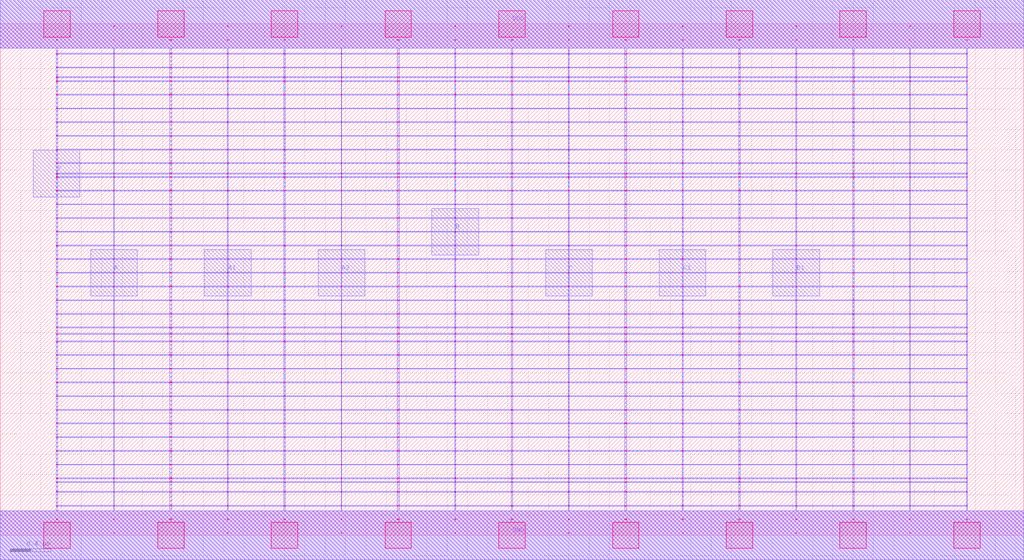
<source format=lef>
MACRO AAAOI322_DEBUG
 CLASS CORE ;
 FOREIGN AAAOI322_DEBUG 0 0 ;
 SIZE 10.08 BY 5.04 ;
 ORIGIN 0 0 ;
 SYMMETRY X Y R90 ;
 SITE unit ;
  PIN VDD
   DIRECTION INOUT ;
   USE SIGNAL ;
   SHAPE ABUTMENT ;
    PORT
     CLASS CORE ;
       LAYER met1 ;
        RECT 0.00000000 4.80000000 10.08000000 5.28000000 ;
       LAYER met2 ;
        RECT 0.00000000 4.80000000 10.08000000 5.28000000 ;
    END
  END VDD

  PIN GND
   DIRECTION INOUT ;
   USE SIGNAL ;
   SHAPE ABUTMENT ;
    PORT
     CLASS CORE ;
       LAYER met1 ;
        RECT 0.00000000 -0.24000000 10.08000000 0.24000000 ;
       LAYER met2 ;
        RECT 0.00000000 -0.24000000 10.08000000 0.24000000 ;
    END
  END GND

  PIN Y
   DIRECTION INOUT ;
   USE SIGNAL ;
   SHAPE ABUTMENT ;
    PORT
     CLASS CORE ;
       LAYER met2 ;
        RECT 0.32500000 3.33500000 0.78500000 3.79500000 ;
    END
  END Y

  PIN A
   DIRECTION INOUT ;
   USE SIGNAL ;
   SHAPE ABUTMENT ;
    PORT
     CLASS CORE ;
       LAYER met2 ;
        RECT 0.89000000 2.35700000 1.35000000 2.81700000 ;
    END
  END A

  PIN C1
   DIRECTION INOUT ;
   USE SIGNAL ;
   SHAPE ABUTMENT ;
    PORT
     CLASS CORE ;
       LAYER met2 ;
        RECT 6.49000000 2.35700000 6.95000000 2.81700000 ;
    END
  END C1

  PIN B1
   DIRECTION INOUT ;
   USE SIGNAL ;
   SHAPE ABUTMENT ;
    PORT
     CLASS CORE ;
       LAYER met2 ;
        RECT 7.61000000 2.35700000 8.07000000 2.81700000 ;
    END
  END B1

  PIN A1
   DIRECTION INOUT ;
   USE SIGNAL ;
   SHAPE ABUTMENT ;
    PORT
     CLASS CORE ;
       LAYER met2 ;
        RECT 2.01000000 2.35700000 2.47000000 2.81700000 ;
    END
  END A1

  PIN B
   DIRECTION INOUT ;
   USE SIGNAL ;
   SHAPE ABUTMENT ;
    PORT
     CLASS CORE ;
       LAYER met2 ;
        RECT 4.25000000 2.76200000 4.71000000 3.22200000 ;
    END
  END B

  PIN C
   DIRECTION INOUT ;
   USE SIGNAL ;
   SHAPE ABUTMENT ;
    PORT
     CLASS CORE ;
       LAYER met2 ;
        RECT 5.37000000 2.35700000 5.83000000 2.81700000 ;
    END
  END C

  PIN A2
   DIRECTION INOUT ;
   USE SIGNAL ;
   SHAPE ABUTMENT ;
    PORT
     CLASS CORE ;
       LAYER met2 ;
        RECT 3.13000000 2.35700000 3.59000000 2.81700000 ;
    END
  END A2

 OBS
    LAYER polycont ;
     RECT 5.03100000 2.58300000 5.04900000 2.59100000 ;
     RECT 5.03100000 2.71800000 5.04900000 2.72600000 ;
     RECT 5.03100000 2.85300000 5.04900000 2.86100000 ;
     RECT 5.03100000 2.98800000 5.04900000 2.99600000 ;
     RECT 7.27100000 2.58300000 7.28900000 2.59100000 ;
     RECT 7.83600000 2.58300000 7.84400000 2.59100000 ;
     RECT 8.39600000 2.58300000 8.40900000 2.59100000 ;
     RECT 8.95600000 2.58300000 8.96400000 2.59100000 ;
     RECT 9.51600000 2.58300000 9.52400000 2.59100000 ;
     RECT 5.59600000 2.58300000 5.60400000 2.59100000 ;
     RECT 5.59600000 2.71800000 5.60400000 2.72600000 ;
     RECT 6.15100000 2.71800000 6.16900000 2.72600000 ;
     RECT 6.71600000 2.71800000 6.72400000 2.72600000 ;
     RECT 7.27100000 2.71800000 7.28900000 2.72600000 ;
     RECT 7.83600000 2.71800000 7.84400000 2.72600000 ;
     RECT 8.39600000 2.71800000 8.40900000 2.72600000 ;
     RECT 8.95600000 2.71800000 8.96400000 2.72600000 ;
     RECT 9.51600000 2.71800000 9.52400000 2.72600000 ;
     RECT 6.15100000 2.58300000 6.16900000 2.59100000 ;
     RECT 5.59600000 2.85300000 5.60400000 2.86100000 ;
     RECT 6.15100000 2.85300000 6.16900000 2.86100000 ;
     RECT 6.71600000 2.85300000 6.72400000 2.86100000 ;
     RECT 7.27100000 2.85300000 7.28900000 2.86100000 ;
     RECT 7.83600000 2.85300000 7.84400000 2.86100000 ;
     RECT 8.39600000 2.85300000 8.40900000 2.86100000 ;
     RECT 8.95600000 2.85300000 8.96400000 2.86100000 ;
     RECT 9.51600000 2.85300000 9.52400000 2.86100000 ;
     RECT 6.71600000 2.58300000 6.72400000 2.59100000 ;
     RECT 5.59600000 2.98800000 5.60400000 2.99600000 ;
     RECT 6.15100000 2.98800000 6.16900000 2.99600000 ;
     RECT 6.71600000 2.98800000 6.72400000 2.99600000 ;
     RECT 7.27100000 2.98800000 7.28900000 2.99600000 ;
     RECT 7.83600000 2.98800000 7.84400000 2.99600000 ;
     RECT 8.39600000 2.98800000 8.40900000 2.99600000 ;
     RECT 8.95600000 2.98800000 8.96400000 2.99600000 ;
     RECT 9.51600000 2.98800000 9.52400000 2.99600000 ;
     RECT 8.95600000 3.12300000 8.96400000 3.13100000 ;
     RECT 9.51600000 3.12300000 9.52400000 3.13100000 ;
     RECT 8.95600000 3.25800000 8.96400000 3.26600000 ;
     RECT 9.51600000 3.25800000 9.52400000 3.26600000 ;
     RECT 8.95600000 3.39300000 8.96400000 3.40100000 ;
     RECT 9.51600000 3.39300000 9.52400000 3.40100000 ;
     RECT 8.95600000 3.52800000 8.96400000 3.53600000 ;
     RECT 9.51600000 3.52800000 9.52400000 3.53600000 ;
     RECT 8.95600000 3.56100000 8.96400000 3.56900000 ;
     RECT 9.51600000 3.56100000 9.52400000 3.56900000 ;
     RECT 8.95600000 3.66300000 8.96400000 3.67100000 ;
     RECT 9.51600000 3.66300000 9.52400000 3.67100000 ;
     RECT 8.95600000 3.79800000 8.96400000 3.80600000 ;
     RECT 9.51600000 3.79800000 9.52400000 3.80600000 ;
     RECT 8.95600000 3.93300000 8.96400000 3.94100000 ;
     RECT 9.51600000 3.93300000 9.52400000 3.94100000 ;
     RECT 8.95600000 4.06800000 8.96400000 4.07600000 ;
     RECT 9.51600000 4.06800000 9.52400000 4.07600000 ;
     RECT 8.95600000 4.20300000 8.96400000 4.21100000 ;
     RECT 9.51600000 4.20300000 9.52400000 4.21100000 ;
     RECT 8.95600000 4.33800000 8.96400000 4.34600000 ;
     RECT 9.51600000 4.33800000 9.52400000 4.34600000 ;
     RECT 8.95600000 4.47300000 8.96400000 4.48100000 ;
     RECT 9.51600000 4.47300000 9.52400000 4.48100000 ;
     RECT 8.95600000 4.51100000 8.96400000 4.51900000 ;
     RECT 9.51600000 4.51100000 9.52400000 4.51900000 ;
     RECT 8.95600000 4.60800000 8.96400000 4.61600000 ;
     RECT 9.51600000 4.60800000 9.52400000 4.61600000 ;
     RECT 8.95600000 4.74300000 8.96400000 4.75100000 ;
     RECT 9.51600000 4.74300000 9.52400000 4.75100000 ;
     RECT 8.95600000 4.87800000 8.96400000 4.88600000 ;
     RECT 9.51600000 4.87800000 9.52400000 4.88600000 ;
     RECT 1.67100000 2.85300000 1.68900000 2.86100000 ;
     RECT 2.23600000 2.85300000 2.24400000 2.86100000 ;
     RECT 2.79100000 2.85300000 2.80900000 2.86100000 ;
     RECT 3.35600000 2.85300000 3.36400000 2.86100000 ;
     RECT 3.91100000 2.85300000 3.92900000 2.86100000 ;
     RECT 4.47600000 2.85300000 4.48400000 2.86100000 ;
     RECT 1.11600000 2.71800000 1.12400000 2.72600000 ;
     RECT 1.67100000 2.71800000 1.68900000 2.72600000 ;
     RECT 2.23600000 2.71800000 2.24400000 2.72600000 ;
     RECT 2.79100000 2.71800000 2.80900000 2.72600000 ;
     RECT 3.35600000 2.71800000 3.36400000 2.72600000 ;
     RECT 3.91100000 2.71800000 3.92900000 2.72600000 ;
     RECT 4.47600000 2.71800000 4.48400000 2.72600000 ;
     RECT 1.11600000 2.58300000 1.12400000 2.59100000 ;
     RECT 1.67100000 2.58300000 1.68900000 2.59100000 ;
     RECT 0.55100000 2.98800000 0.56400000 2.99600000 ;
     RECT 1.11600000 2.98800000 1.12400000 2.99600000 ;
     RECT 1.67100000 2.98800000 1.68900000 2.99600000 ;
     RECT 2.23600000 2.98800000 2.24400000 2.99600000 ;
     RECT 2.79100000 2.98800000 2.80900000 2.99600000 ;
     RECT 3.35600000 2.98800000 3.36400000 2.99600000 ;
     RECT 3.91100000 2.98800000 3.92900000 2.99600000 ;
     RECT 4.47600000 2.98800000 4.48400000 2.99600000 ;
     RECT 2.23600000 2.58300000 2.24400000 2.59100000 ;
     RECT 2.79100000 2.58300000 2.80900000 2.59100000 ;
     RECT 3.35600000 2.58300000 3.36400000 2.59100000 ;
     RECT 3.91100000 2.58300000 3.92900000 2.59100000 ;
     RECT 4.47600000 2.58300000 4.48400000 2.59100000 ;
     RECT 0.55100000 2.58300000 0.56400000 2.59100000 ;
     RECT 0.55100000 2.71800000 0.56400000 2.72600000 ;
     RECT 0.55100000 2.85300000 0.56400000 2.86100000 ;
     RECT 1.11600000 2.85300000 1.12400000 2.86100000 ;
     RECT 4.47600000 0.15300000 4.48400000 0.16100000 ;
     RECT 4.47600000 0.28800000 4.48400000 0.29600000 ;
     RECT 4.47600000 0.42300000 4.48400000 0.43100000 ;
     RECT 4.47600000 0.52100000 4.48400000 0.52900000 ;
     RECT 4.47600000 0.55800000 4.48400000 0.56600000 ;
     RECT 4.47600000 0.69300000 4.48400000 0.70100000 ;
     RECT 4.47600000 0.82800000 4.48400000 0.83600000 ;
     RECT 4.47600000 0.96300000 4.48400000 0.97100000 ;
     RECT 4.47600000 1.09800000 4.48400000 1.10600000 ;
     RECT 4.47600000 1.23300000 4.48400000 1.24100000 ;
     RECT 4.47600000 1.36800000 4.48400000 1.37600000 ;
     RECT 4.47600000 1.50300000 4.48400000 1.51100000 ;
     RECT 4.47600000 1.63800000 4.48400000 1.64600000 ;
     RECT 4.47600000 1.77300000 4.48400000 1.78100000 ;
     RECT 4.47600000 1.90800000 4.48400000 1.91600000 ;
     RECT 4.47600000 1.98100000 4.48400000 1.98900000 ;
     RECT 4.47600000 2.04300000 4.48400000 2.05100000 ;
     RECT 4.47600000 2.17800000 4.48400000 2.18600000 ;
     RECT 4.47600000 2.31300000 4.48400000 2.32100000 ;
     RECT 4.47600000 2.44800000 4.48400000 2.45600000 ;

    LAYER pdiffc ;
     RECT 0.55100000 3.39300000 0.55900000 3.40100000 ;
     RECT 8.40100000 3.39300000 8.40900000 3.40100000 ;
     RECT 0.55100000 3.52800000 0.55900000 3.53600000 ;
     RECT 8.40100000 3.52800000 8.40900000 3.53600000 ;
     RECT 0.55100000 3.56100000 0.55900000 3.56900000 ;
     RECT 8.40100000 3.56100000 8.40900000 3.56900000 ;
     RECT 0.55100000 3.66300000 0.55900000 3.67100000 ;
     RECT 8.40100000 3.66300000 8.40900000 3.67100000 ;
     RECT 0.55100000 3.79800000 0.55900000 3.80600000 ;
     RECT 8.40100000 3.79800000 8.40900000 3.80600000 ;
     RECT 0.55100000 3.93300000 0.55900000 3.94100000 ;
     RECT 8.40100000 3.93300000 8.40900000 3.94100000 ;
     RECT 0.55100000 4.06800000 0.55900000 4.07600000 ;
     RECT 8.40100000 4.06800000 8.40900000 4.07600000 ;
     RECT 0.55100000 4.20300000 0.55900000 4.21100000 ;
     RECT 8.40100000 4.20300000 8.40900000 4.21100000 ;
     RECT 0.55100000 4.33800000 0.55900000 4.34600000 ;
     RECT 8.40100000 4.33800000 8.40900000 4.34600000 ;
     RECT 0.55100000 4.47300000 0.55900000 4.48100000 ;
     RECT 8.40100000 4.47300000 8.40900000 4.48100000 ;
     RECT 0.55100000 4.51100000 0.55900000 4.51900000 ;
     RECT 8.40100000 4.51100000 8.40900000 4.51900000 ;
     RECT 0.55100000 4.60800000 0.55900000 4.61600000 ;
     RECT 8.40100000 4.60800000 8.40900000 4.61600000 ;

    LAYER ndiffc ;
     RECT 5.03100000 0.42300000 5.04900000 0.43100000 ;
     RECT 5.03100000 0.52100000 5.04900000 0.52900000 ;
     RECT 5.03100000 0.55800000 5.04900000 0.56600000 ;
     RECT 5.03100000 0.69300000 5.04900000 0.70100000 ;
     RECT 5.03100000 0.82800000 5.04900000 0.83600000 ;
     RECT 5.03100000 0.96300000 5.04900000 0.97100000 ;
     RECT 5.03100000 1.09800000 5.04900000 1.10600000 ;
     RECT 5.03100000 1.23300000 5.04900000 1.24100000 ;
     RECT 5.03100000 1.36800000 5.04900000 1.37600000 ;
     RECT 5.03100000 1.50300000 5.04900000 1.51100000 ;
     RECT 5.03100000 1.63800000 5.04900000 1.64600000 ;
     RECT 5.03100000 1.77300000 5.04900000 1.78100000 ;
     RECT 5.03100000 1.90800000 5.04900000 1.91600000 ;
     RECT 5.03100000 1.98100000 5.04900000 1.98900000 ;
     RECT 5.03100000 2.04300000 5.04900000 2.05100000 ;
     RECT 8.39600000 0.42300000 8.40900000 0.43100000 ;
     RECT 6.15100000 0.69300000 6.16900000 0.70100000 ;
     RECT 7.27100000 0.69300000 7.28900000 0.70100000 ;
     RECT 8.39600000 0.69300000 8.40900000 0.70100000 ;
     RECT 9.51600000 0.69300000 9.52400000 0.70100000 ;
     RECT 9.51600000 0.42300000 9.52400000 0.43100000 ;
     RECT 6.15100000 0.82800000 6.16900000 0.83600000 ;
     RECT 7.27100000 0.82800000 7.28900000 0.83600000 ;
     RECT 8.39600000 0.82800000 8.40900000 0.83600000 ;
     RECT 9.51600000 0.82800000 9.52400000 0.83600000 ;
     RECT 6.15100000 0.42300000 6.16900000 0.43100000 ;
     RECT 6.15100000 0.96300000 6.16900000 0.97100000 ;
     RECT 7.27100000 0.96300000 7.28900000 0.97100000 ;
     RECT 8.39600000 0.96300000 8.40900000 0.97100000 ;
     RECT 9.51600000 0.96300000 9.52400000 0.97100000 ;
     RECT 6.15100000 0.52100000 6.16900000 0.52900000 ;
     RECT 6.15100000 1.09800000 6.16900000 1.10600000 ;
     RECT 7.27100000 1.09800000 7.28900000 1.10600000 ;
     RECT 8.39600000 1.09800000 8.40900000 1.10600000 ;
     RECT 9.51600000 1.09800000 9.52400000 1.10600000 ;
     RECT 7.27100000 0.52100000 7.28900000 0.52900000 ;
     RECT 6.15100000 1.23300000 6.16900000 1.24100000 ;
     RECT 7.27100000 1.23300000 7.28900000 1.24100000 ;
     RECT 8.39600000 1.23300000 8.40900000 1.24100000 ;
     RECT 9.51600000 1.23300000 9.52400000 1.24100000 ;
     RECT 8.39600000 0.52100000 8.40900000 0.52900000 ;
     RECT 6.15100000 1.36800000 6.16900000 1.37600000 ;
     RECT 7.27100000 1.36800000 7.28900000 1.37600000 ;
     RECT 8.39600000 1.36800000 8.40900000 1.37600000 ;
     RECT 9.51600000 1.36800000 9.52400000 1.37600000 ;
     RECT 9.51600000 0.52100000 9.52400000 0.52900000 ;
     RECT 6.15100000 1.50300000 6.16900000 1.51100000 ;
     RECT 7.27100000 1.50300000 7.28900000 1.51100000 ;
     RECT 8.39600000 1.50300000 8.40900000 1.51100000 ;
     RECT 9.51600000 1.50300000 9.52400000 1.51100000 ;
     RECT 7.27100000 0.42300000 7.28900000 0.43100000 ;
     RECT 6.15100000 1.63800000 6.16900000 1.64600000 ;
     RECT 7.27100000 1.63800000 7.28900000 1.64600000 ;
     RECT 8.39600000 1.63800000 8.40900000 1.64600000 ;
     RECT 9.51600000 1.63800000 9.52400000 1.64600000 ;
     RECT 6.15100000 0.55800000 6.16900000 0.56600000 ;
     RECT 6.15100000 1.77300000 6.16900000 1.78100000 ;
     RECT 7.27100000 1.77300000 7.28900000 1.78100000 ;
     RECT 8.39600000 1.77300000 8.40900000 1.78100000 ;
     RECT 9.51600000 1.77300000 9.52400000 1.78100000 ;
     RECT 7.27100000 0.55800000 7.28900000 0.56600000 ;
     RECT 6.15100000 1.90800000 6.16900000 1.91600000 ;
     RECT 7.27100000 1.90800000 7.28900000 1.91600000 ;
     RECT 8.39600000 1.90800000 8.40900000 1.91600000 ;
     RECT 9.51600000 1.90800000 9.52400000 1.91600000 ;
     RECT 8.39600000 0.55800000 8.40900000 0.56600000 ;
     RECT 6.15100000 1.98100000 6.16900000 1.98900000 ;
     RECT 7.27100000 1.98100000 7.28900000 1.98900000 ;
     RECT 8.39600000 1.98100000 8.40900000 1.98900000 ;
     RECT 9.51600000 1.98100000 9.52400000 1.98900000 ;
     RECT 9.51600000 0.55800000 9.52400000 0.56600000 ;
     RECT 6.15100000 2.04300000 6.16900000 2.05100000 ;
     RECT 7.27100000 2.04300000 7.28900000 2.05100000 ;
     RECT 8.39600000 2.04300000 8.40900000 2.05100000 ;
     RECT 9.51600000 2.04300000 9.52400000 2.05100000 ;
     RECT 3.91100000 1.36800000 3.92900000 1.37600000 ;
     RECT 2.79100000 0.55800000 2.80900000 0.56600000 ;
     RECT 3.91100000 0.55800000 3.92900000 0.56600000 ;
     RECT 1.67100000 0.52100000 1.68900000 0.52900000 ;
     RECT 2.79100000 0.52100000 2.80900000 0.52900000 ;
     RECT 3.91100000 0.52100000 3.92900000 0.52900000 ;
     RECT 0.55100000 1.50300000 0.56400000 1.51100000 ;
     RECT 1.67100000 1.50300000 1.68900000 1.51100000 ;
     RECT 2.79100000 1.50300000 2.80900000 1.51100000 ;
     RECT 3.91100000 1.50300000 3.92900000 1.51100000 ;
     RECT 0.55100000 0.96300000 0.56400000 0.97100000 ;
     RECT 1.67100000 0.96300000 1.68900000 0.97100000 ;
     RECT 2.79100000 0.96300000 2.80900000 0.97100000 ;
     RECT 3.91100000 0.96300000 3.92900000 0.97100000 ;
     RECT 1.67100000 0.42300000 1.68900000 0.43100000 ;
     RECT 0.55100000 1.63800000 0.56400000 1.64600000 ;
     RECT 1.67100000 1.63800000 1.68900000 1.64600000 ;
     RECT 2.79100000 1.63800000 2.80900000 1.64600000 ;
     RECT 3.91100000 1.63800000 3.92900000 1.64600000 ;
     RECT 2.79100000 0.42300000 2.80900000 0.43100000 ;
     RECT 0.55100000 0.69300000 0.56400000 0.70100000 ;
     RECT 1.67100000 0.69300000 1.68900000 0.70100000 ;
     RECT 2.79100000 0.69300000 2.80900000 0.70100000 ;
     RECT 0.55100000 1.09800000 0.56400000 1.10600000 ;
     RECT 0.55100000 1.77300000 0.56400000 1.78100000 ;
     RECT 1.67100000 1.77300000 1.68900000 1.78100000 ;
     RECT 2.79100000 1.77300000 2.80900000 1.78100000 ;
     RECT 3.91100000 1.77300000 3.92900000 1.78100000 ;
     RECT 1.67100000 1.09800000 1.68900000 1.10600000 ;
     RECT 2.79100000 1.09800000 2.80900000 1.10600000 ;
     RECT 3.91100000 1.09800000 3.92900000 1.10600000 ;
     RECT 3.91100000 0.69300000 3.92900000 0.70100000 ;
     RECT 3.91100000 0.42300000 3.92900000 0.43100000 ;
     RECT 0.55100000 1.90800000 0.56400000 1.91600000 ;
     RECT 1.67100000 1.90800000 1.68900000 1.91600000 ;
     RECT 2.79100000 1.90800000 2.80900000 1.91600000 ;
     RECT 3.91100000 1.90800000 3.92900000 1.91600000 ;
     RECT 0.55100000 0.42300000 0.56400000 0.43100000 ;
     RECT 0.55100000 0.52100000 0.56400000 0.52900000 ;
     RECT 0.55100000 0.55800000 0.56400000 0.56600000 ;
     RECT 0.55100000 1.23300000 0.56400000 1.24100000 ;
     RECT 1.67100000 1.23300000 1.68900000 1.24100000 ;
     RECT 0.55100000 1.98100000 0.56400000 1.98900000 ;
     RECT 1.67100000 1.98100000 1.68900000 1.98900000 ;
     RECT 2.79100000 1.98100000 2.80900000 1.98900000 ;
     RECT 3.91100000 1.98100000 3.92900000 1.98900000 ;
     RECT 2.79100000 1.23300000 2.80900000 1.24100000 ;
     RECT 3.91100000 1.23300000 3.92900000 1.24100000 ;
     RECT 1.67100000 0.55800000 1.68900000 0.56600000 ;
     RECT 0.55100000 0.82800000 0.56400000 0.83600000 ;
     RECT 1.67100000 0.82800000 1.68900000 0.83600000 ;
     RECT 0.55100000 2.04300000 0.56400000 2.05100000 ;
     RECT 1.67100000 2.04300000 1.68900000 2.05100000 ;
     RECT 2.79100000 2.04300000 2.80900000 2.05100000 ;
     RECT 3.91100000 2.04300000 3.92900000 2.05100000 ;
     RECT 2.79100000 0.82800000 2.80900000 0.83600000 ;
     RECT 3.91100000 0.82800000 3.92900000 0.83600000 ;
     RECT 0.55100000 1.36800000 0.56400000 1.37600000 ;
     RECT 1.67100000 1.36800000 1.68900000 1.37600000 ;
     RECT 2.79100000 1.36800000 2.80900000 1.37600000 ;

    LAYER met1 ;
     RECT 0.00000000 -0.24000000 10.08000000 0.24000000 ;
     RECT 5.03100000 0.24000000 5.04900000 0.28800000 ;
     RECT 0.55100000 0.28800000 9.52400000 0.29600000 ;
     RECT 5.03100000 0.29600000 5.04900000 0.42300000 ;
     RECT 0.55100000 0.42300000 9.52400000 0.43100000 ;
     RECT 5.03100000 0.43100000 5.04900000 0.52100000 ;
     RECT 0.55100000 0.52100000 9.52400000 0.52900000 ;
     RECT 5.03100000 0.52900000 5.04900000 0.55800000 ;
     RECT 0.55100000 0.55800000 9.52400000 0.56600000 ;
     RECT 5.03100000 0.56600000 5.04900000 0.69300000 ;
     RECT 0.55100000 0.69300000 9.52400000 0.70100000 ;
     RECT 5.03100000 0.70100000 5.04900000 0.82800000 ;
     RECT 0.55100000 0.82800000 9.52400000 0.83600000 ;
     RECT 5.03100000 0.83600000 5.04900000 0.96300000 ;
     RECT 0.55100000 0.96300000 9.52400000 0.97100000 ;
     RECT 5.03100000 0.97100000 5.04900000 1.09800000 ;
     RECT 0.55100000 1.09800000 9.52400000 1.10600000 ;
     RECT 5.03100000 1.10600000 5.04900000 1.23300000 ;
     RECT 0.55100000 1.23300000 9.52400000 1.24100000 ;
     RECT 5.03100000 1.24100000 5.04900000 1.36800000 ;
     RECT 0.55100000 1.36800000 9.52400000 1.37600000 ;
     RECT 5.03100000 1.37600000 5.04900000 1.50300000 ;
     RECT 0.55100000 1.50300000 9.52400000 1.51100000 ;
     RECT 5.03100000 1.51100000 5.04900000 1.63800000 ;
     RECT 0.55100000 1.63800000 9.52400000 1.64600000 ;
     RECT 5.03100000 1.64600000 5.04900000 1.77300000 ;
     RECT 0.55100000 1.77300000 9.52400000 1.78100000 ;
     RECT 5.03100000 1.78100000 5.04900000 1.90800000 ;
     RECT 0.55100000 1.90800000 9.52400000 1.91600000 ;
     RECT 5.03100000 1.91600000 5.04900000 1.98100000 ;
     RECT 0.55100000 1.98100000 9.52400000 1.98900000 ;
     RECT 5.03100000 1.98900000 5.04900000 2.04300000 ;
     RECT 0.55100000 2.04300000 9.52400000 2.05100000 ;
     RECT 5.03100000 2.05100000 5.04900000 2.17800000 ;
     RECT 0.55100000 2.17800000 9.52400000 2.18600000 ;
     RECT 5.03100000 2.18600000 5.04900000 2.31300000 ;
     RECT 0.55100000 2.31300000 9.52400000 2.32100000 ;
     RECT 5.03100000 2.32100000 5.04900000 2.44800000 ;
     RECT 0.55100000 2.44800000 9.52400000 2.45600000 ;
     RECT 0.55100000 2.45600000 0.56400000 2.58300000 ;
     RECT 1.11600000 2.45600000 1.12400000 2.58300000 ;
     RECT 1.67100000 2.45600000 1.68900000 2.58300000 ;
     RECT 2.23600000 2.45600000 2.24400000 2.58300000 ;
     RECT 2.79100000 2.45600000 2.80900000 2.58300000 ;
     RECT 3.35600000 2.45600000 3.36400000 2.58300000 ;
     RECT 3.91100000 2.45600000 3.92900000 2.58300000 ;
     RECT 4.47600000 2.45600000 4.48400000 2.58300000 ;
     RECT 5.03100000 2.45600000 5.04900000 2.58300000 ;
     RECT 5.59600000 2.45600000 5.60400000 2.58300000 ;
     RECT 6.15100000 2.45600000 6.16900000 2.58300000 ;
     RECT 6.71600000 2.45600000 6.72400000 2.58300000 ;
     RECT 7.27100000 2.45600000 7.28900000 2.58300000 ;
     RECT 7.83600000 2.45600000 7.84400000 2.58300000 ;
     RECT 8.39600000 2.45600000 8.40900000 2.58300000 ;
     RECT 8.95600000 2.45600000 8.96400000 2.58300000 ;
     RECT 9.51600000 2.45600000 9.52400000 2.58300000 ;
     RECT 0.55100000 2.58300000 9.52400000 2.59100000 ;
     RECT 5.03100000 2.59100000 5.04900000 2.71800000 ;
     RECT 0.55100000 2.71800000 9.52400000 2.72600000 ;
     RECT 5.03100000 2.72600000 5.04900000 2.85300000 ;
     RECT 0.55100000 2.85300000 9.52400000 2.86100000 ;
     RECT 5.03100000 2.86100000 5.04900000 2.98800000 ;
     RECT 0.55100000 2.98800000 9.52400000 2.99600000 ;
     RECT 5.03100000 2.99600000 5.04900000 3.12300000 ;
     RECT 0.55100000 3.12300000 9.52400000 3.13100000 ;
     RECT 5.03100000 3.13100000 5.04900000 3.25800000 ;
     RECT 0.55100000 3.25800000 9.52400000 3.26600000 ;
     RECT 5.03100000 3.26600000 5.04900000 3.39300000 ;
     RECT 0.55100000 3.39300000 9.52400000 3.40100000 ;
     RECT 5.03100000 3.40100000 5.04900000 3.52800000 ;
     RECT 0.55100000 3.52800000 9.52400000 3.53600000 ;
     RECT 5.03100000 3.53600000 5.04900000 3.56100000 ;
     RECT 0.55100000 3.56100000 9.52400000 3.56900000 ;
     RECT 5.03100000 3.56900000 5.04900000 3.66300000 ;
     RECT 0.55100000 3.66300000 9.52400000 3.67100000 ;
     RECT 5.03100000 3.67100000 5.04900000 3.79800000 ;
     RECT 0.55100000 3.79800000 9.52400000 3.80600000 ;
     RECT 5.03100000 3.80600000 5.04900000 3.93300000 ;
     RECT 0.55100000 3.93300000 9.52400000 3.94100000 ;
     RECT 5.03100000 3.94100000 5.04900000 4.06800000 ;
     RECT 0.55100000 4.06800000 9.52400000 4.07600000 ;
     RECT 5.03100000 4.07600000 5.04900000 4.20300000 ;
     RECT 0.55100000 4.20300000 9.52400000 4.21100000 ;
     RECT 5.03100000 4.21100000 5.04900000 4.33800000 ;
     RECT 0.55100000 4.33800000 9.52400000 4.34600000 ;
     RECT 5.03100000 4.34600000 5.04900000 4.47300000 ;
     RECT 0.55100000 4.47300000 9.52400000 4.48100000 ;
     RECT 5.03100000 4.48100000 5.04900000 4.51100000 ;
     RECT 0.55100000 4.51100000 9.52400000 4.51900000 ;
     RECT 5.03100000 4.51900000 5.04900000 4.60800000 ;
     RECT 0.55100000 4.60800000 9.52400000 4.61600000 ;
     RECT 5.03100000 4.61600000 5.04900000 4.74300000 ;
     RECT 0.55100000 4.74300000 9.52400000 4.75100000 ;
     RECT 5.03100000 4.75100000 5.04900000 4.80000000 ;
     RECT 0.00000000 4.80000000 10.08000000 5.28000000 ;
     RECT 5.59600000 3.80600000 5.60400000 3.93300000 ;
     RECT 6.15100000 3.80600000 6.16900000 3.93300000 ;
     RECT 6.71600000 3.80600000 6.72400000 3.93300000 ;
     RECT 7.27100000 3.80600000 7.28900000 3.93300000 ;
     RECT 7.83600000 3.80600000 7.84400000 3.93300000 ;
     RECT 8.39600000 3.80600000 8.40900000 3.93300000 ;
     RECT 8.95600000 3.80600000 8.96400000 3.93300000 ;
     RECT 9.51600000 3.80600000 9.52400000 3.93300000 ;
     RECT 7.83600000 3.94100000 7.84400000 4.06800000 ;
     RECT 8.39600000 3.94100000 8.40900000 4.06800000 ;
     RECT 8.95600000 3.94100000 8.96400000 4.06800000 ;
     RECT 9.51600000 3.94100000 9.52400000 4.06800000 ;
     RECT 7.83600000 4.07600000 7.84400000 4.20300000 ;
     RECT 8.39600000 4.07600000 8.40900000 4.20300000 ;
     RECT 8.95600000 4.07600000 8.96400000 4.20300000 ;
     RECT 9.51600000 4.07600000 9.52400000 4.20300000 ;
     RECT 7.83600000 4.21100000 7.84400000 4.33800000 ;
     RECT 8.39600000 4.21100000 8.40900000 4.33800000 ;
     RECT 8.95600000 4.21100000 8.96400000 4.33800000 ;
     RECT 9.51600000 4.21100000 9.52400000 4.33800000 ;
     RECT 7.83600000 4.34600000 7.84400000 4.47300000 ;
     RECT 8.39600000 4.34600000 8.40900000 4.47300000 ;
     RECT 8.95600000 4.34600000 8.96400000 4.47300000 ;
     RECT 9.51600000 4.34600000 9.52400000 4.47300000 ;
     RECT 7.83600000 4.48100000 7.84400000 4.51100000 ;
     RECT 8.39600000 4.48100000 8.40900000 4.51100000 ;
     RECT 8.95600000 4.48100000 8.96400000 4.51100000 ;
     RECT 9.51600000 4.48100000 9.52400000 4.51100000 ;
     RECT 7.83600000 4.51900000 7.84400000 4.60800000 ;
     RECT 8.39600000 4.51900000 8.40900000 4.60800000 ;
     RECT 8.95600000 4.51900000 8.96400000 4.60800000 ;
     RECT 9.51600000 4.51900000 9.52400000 4.60800000 ;
     RECT 7.83600000 4.61600000 7.84400000 4.74300000 ;
     RECT 8.39600000 4.61600000 8.40900000 4.74300000 ;
     RECT 8.95600000 4.61600000 8.96400000 4.74300000 ;
     RECT 9.51600000 4.61600000 9.52400000 4.74300000 ;
     RECT 7.83600000 4.75100000 7.84400000 4.80000000 ;
     RECT 8.39600000 4.75100000 8.40900000 4.80000000 ;
     RECT 8.95600000 4.75100000 8.96400000 4.80000000 ;
     RECT 9.51600000 4.75100000 9.52400000 4.80000000 ;
     RECT 5.59600000 4.48100000 5.60400000 4.51100000 ;
     RECT 6.15100000 4.48100000 6.16900000 4.51100000 ;
     RECT 6.71600000 4.48100000 6.72400000 4.51100000 ;
     RECT 7.27100000 4.48100000 7.28900000 4.51100000 ;
     RECT 5.59600000 4.21100000 5.60400000 4.33800000 ;
     RECT 6.15100000 4.21100000 6.16900000 4.33800000 ;
     RECT 6.71600000 4.21100000 6.72400000 4.33800000 ;
     RECT 7.27100000 4.21100000 7.28900000 4.33800000 ;
     RECT 5.59600000 4.51900000 5.60400000 4.60800000 ;
     RECT 6.15100000 4.51900000 6.16900000 4.60800000 ;
     RECT 6.71600000 4.51900000 6.72400000 4.60800000 ;
     RECT 7.27100000 4.51900000 7.28900000 4.60800000 ;
     RECT 5.59600000 4.07600000 5.60400000 4.20300000 ;
     RECT 6.15100000 4.07600000 6.16900000 4.20300000 ;
     RECT 6.71600000 4.07600000 6.72400000 4.20300000 ;
     RECT 7.27100000 4.07600000 7.28900000 4.20300000 ;
     RECT 5.59600000 4.61600000 5.60400000 4.74300000 ;
     RECT 6.15100000 4.61600000 6.16900000 4.74300000 ;
     RECT 6.71600000 4.61600000 6.72400000 4.74300000 ;
     RECT 7.27100000 4.61600000 7.28900000 4.74300000 ;
     RECT 5.59600000 4.34600000 5.60400000 4.47300000 ;
     RECT 6.15100000 4.34600000 6.16900000 4.47300000 ;
     RECT 6.71600000 4.34600000 6.72400000 4.47300000 ;
     RECT 7.27100000 4.34600000 7.28900000 4.47300000 ;
     RECT 5.59600000 4.75100000 5.60400000 4.80000000 ;
     RECT 6.15100000 4.75100000 6.16900000 4.80000000 ;
     RECT 6.71600000 4.75100000 6.72400000 4.80000000 ;
     RECT 7.27100000 4.75100000 7.28900000 4.80000000 ;
     RECT 5.59600000 3.94100000 5.60400000 4.06800000 ;
     RECT 6.15100000 3.94100000 6.16900000 4.06800000 ;
     RECT 6.71600000 3.94100000 6.72400000 4.06800000 ;
     RECT 7.27100000 3.94100000 7.28900000 4.06800000 ;
     RECT 5.59600000 2.59100000 5.60400000 2.71800000 ;
     RECT 6.15100000 2.59100000 6.16900000 2.71800000 ;
     RECT 5.59600000 3.26600000 5.60400000 3.39300000 ;
     RECT 6.15100000 3.26600000 6.16900000 3.39300000 ;
     RECT 5.59600000 2.86100000 5.60400000 2.98800000 ;
     RECT 6.15100000 2.86100000 6.16900000 2.98800000 ;
     RECT 6.71600000 3.26600000 6.72400000 3.39300000 ;
     RECT 7.27100000 3.26600000 7.28900000 3.39300000 ;
     RECT 5.59600000 2.72600000 5.60400000 2.85300000 ;
     RECT 6.15100000 2.72600000 6.16900000 2.85300000 ;
     RECT 5.59600000 3.40100000 5.60400000 3.52800000 ;
     RECT 6.15100000 3.40100000 6.16900000 3.52800000 ;
     RECT 5.59600000 2.99600000 5.60400000 3.12300000 ;
     RECT 6.15100000 2.99600000 6.16900000 3.12300000 ;
     RECT 6.71600000 3.40100000 6.72400000 3.52800000 ;
     RECT 7.27100000 3.40100000 7.28900000 3.52800000 ;
     RECT 6.71600000 2.86100000 6.72400000 2.98800000 ;
     RECT 7.27100000 2.86100000 7.28900000 2.98800000 ;
     RECT 6.71600000 2.72600000 6.72400000 2.85300000 ;
     RECT 7.27100000 2.72600000 7.28900000 2.85300000 ;
     RECT 5.59600000 3.53600000 5.60400000 3.56100000 ;
     RECT 6.15100000 3.53600000 6.16900000 3.56100000 ;
     RECT 6.71600000 2.99600000 6.72400000 3.12300000 ;
     RECT 7.27100000 2.99600000 7.28900000 3.12300000 ;
     RECT 6.71600000 3.53600000 6.72400000 3.56100000 ;
     RECT 7.27100000 3.53600000 7.28900000 3.56100000 ;
     RECT 5.59600000 3.56900000 5.60400000 3.66300000 ;
     RECT 6.15100000 3.56900000 6.16900000 3.66300000 ;
     RECT 6.71600000 3.56900000 6.72400000 3.66300000 ;
     RECT 7.27100000 3.56900000 7.28900000 3.66300000 ;
     RECT 5.59600000 3.67100000 5.60400000 3.79800000 ;
     RECT 6.15100000 3.67100000 6.16900000 3.79800000 ;
     RECT 6.71600000 3.67100000 6.72400000 3.79800000 ;
     RECT 7.27100000 3.67100000 7.28900000 3.79800000 ;
     RECT 6.71600000 2.59100000 6.72400000 2.71800000 ;
     RECT 7.27100000 2.59100000 7.28900000 2.71800000 ;
     RECT 5.59600000 3.13100000 5.60400000 3.25800000 ;
     RECT 6.15100000 3.13100000 6.16900000 3.25800000 ;
     RECT 6.71600000 3.13100000 6.72400000 3.25800000 ;
     RECT 7.27100000 3.13100000 7.28900000 3.25800000 ;
     RECT 8.39600000 2.59100000 8.40900000 2.71800000 ;
     RECT 9.51600000 2.99600000 9.52400000 3.12300000 ;
     RECT 7.83600000 3.13100000 7.84400000 3.25800000 ;
     RECT 7.83600000 3.56900000 7.84400000 3.66300000 ;
     RECT 8.39600000 3.56900000 8.40900000 3.66300000 ;
     RECT 8.95600000 3.56900000 8.96400000 3.66300000 ;
     RECT 9.51600000 3.56900000 9.52400000 3.66300000 ;
     RECT 8.95600000 2.72600000 8.96400000 2.85300000 ;
     RECT 9.51600000 2.72600000 9.52400000 2.85300000 ;
     RECT 8.39600000 3.13100000 8.40900000 3.25800000 ;
     RECT 7.83600000 3.40100000 7.84400000 3.52800000 ;
     RECT 8.39600000 3.40100000 8.40900000 3.52800000 ;
     RECT 8.95600000 3.40100000 8.96400000 3.52800000 ;
     RECT 7.83600000 3.67100000 7.84400000 3.79800000 ;
     RECT 8.39600000 3.67100000 8.40900000 3.79800000 ;
     RECT 8.95600000 3.67100000 8.96400000 3.79800000 ;
     RECT 7.83600000 2.86100000 7.84400000 2.98800000 ;
     RECT 8.39600000 2.86100000 8.40900000 2.98800000 ;
     RECT 9.51600000 3.67100000 9.52400000 3.79800000 ;
     RECT 9.51600000 3.40100000 9.52400000 3.52800000 ;
     RECT 8.95600000 3.13100000 8.96400000 3.25800000 ;
     RECT 7.83600000 3.26600000 7.84400000 3.39300000 ;
     RECT 8.39600000 3.26600000 8.40900000 3.39300000 ;
     RECT 8.95600000 3.26600000 8.96400000 3.39300000 ;
     RECT 9.51600000 3.26600000 9.52400000 3.39300000 ;
     RECT 9.51600000 3.13100000 9.52400000 3.25800000 ;
     RECT 8.95600000 2.86100000 8.96400000 2.98800000 ;
     RECT 9.51600000 2.86100000 9.52400000 2.98800000 ;
     RECT 7.83600000 3.53600000 7.84400000 3.56100000 ;
     RECT 7.83600000 2.99600000 7.84400000 3.12300000 ;
     RECT 8.39600000 2.99600000 8.40900000 3.12300000 ;
     RECT 8.39600000 3.53600000 8.40900000 3.56100000 ;
     RECT 8.95600000 3.53600000 8.96400000 3.56100000 ;
     RECT 9.51600000 3.53600000 9.52400000 3.56100000 ;
     RECT 7.83600000 2.72600000 7.84400000 2.85300000 ;
     RECT 8.39600000 2.72600000 8.40900000 2.85300000 ;
     RECT 8.95600000 2.59100000 8.96400000 2.71800000 ;
     RECT 9.51600000 2.59100000 9.52400000 2.71800000 ;
     RECT 7.83600000 2.59100000 7.84400000 2.71800000 ;
     RECT 8.95600000 2.99600000 8.96400000 3.12300000 ;
     RECT 0.55100000 3.80600000 0.56400000 3.93300000 ;
     RECT 1.11600000 3.80600000 1.12400000 3.93300000 ;
     RECT 1.67100000 3.80600000 1.68900000 3.93300000 ;
     RECT 2.23600000 3.80600000 2.24400000 3.93300000 ;
     RECT 2.79100000 3.80600000 2.80900000 3.93300000 ;
     RECT 3.35600000 3.80600000 3.36400000 3.93300000 ;
     RECT 3.91100000 3.80600000 3.92900000 3.93300000 ;
     RECT 4.47600000 3.80600000 4.48400000 3.93300000 ;
     RECT 2.79100000 4.21100000 2.80900000 4.33800000 ;
     RECT 3.35600000 4.21100000 3.36400000 4.33800000 ;
     RECT 3.91100000 4.21100000 3.92900000 4.33800000 ;
     RECT 4.47600000 4.21100000 4.48400000 4.33800000 ;
     RECT 2.79100000 4.34600000 2.80900000 4.47300000 ;
     RECT 3.35600000 4.34600000 3.36400000 4.47300000 ;
     RECT 3.91100000 4.34600000 3.92900000 4.47300000 ;
     RECT 4.47600000 4.34600000 4.48400000 4.47300000 ;
     RECT 2.79100000 4.48100000 2.80900000 4.51100000 ;
     RECT 3.35600000 4.48100000 3.36400000 4.51100000 ;
     RECT 3.91100000 4.48100000 3.92900000 4.51100000 ;
     RECT 4.47600000 4.48100000 4.48400000 4.51100000 ;
     RECT 2.79100000 4.51900000 2.80900000 4.60800000 ;
     RECT 3.35600000 4.51900000 3.36400000 4.60800000 ;
     RECT 3.91100000 4.51900000 3.92900000 4.60800000 ;
     RECT 4.47600000 4.51900000 4.48400000 4.60800000 ;
     RECT 2.79100000 4.61600000 2.80900000 4.74300000 ;
     RECT 3.35600000 4.61600000 3.36400000 4.74300000 ;
     RECT 3.91100000 4.61600000 3.92900000 4.74300000 ;
     RECT 4.47600000 4.61600000 4.48400000 4.74300000 ;
     RECT 2.79100000 4.75100000 2.80900000 4.80000000 ;
     RECT 3.35600000 4.75100000 3.36400000 4.80000000 ;
     RECT 3.91100000 4.75100000 3.92900000 4.80000000 ;
     RECT 4.47600000 4.75100000 4.48400000 4.80000000 ;
     RECT 2.79100000 3.94100000 2.80900000 4.06800000 ;
     RECT 3.35600000 3.94100000 3.36400000 4.06800000 ;
     RECT 3.91100000 3.94100000 3.92900000 4.06800000 ;
     RECT 4.47600000 3.94100000 4.48400000 4.06800000 ;
     RECT 2.79100000 4.07600000 2.80900000 4.20300000 ;
     RECT 3.35600000 4.07600000 3.36400000 4.20300000 ;
     RECT 3.91100000 4.07600000 3.92900000 4.20300000 ;
     RECT 4.47600000 4.07600000 4.48400000 4.20300000 ;
     RECT 0.55100000 4.51900000 0.56400000 4.60800000 ;
     RECT 1.11600000 4.51900000 1.12400000 4.60800000 ;
     RECT 1.67100000 4.51900000 1.68900000 4.60800000 ;
     RECT 2.23600000 4.51900000 2.24400000 4.60800000 ;
     RECT 0.55100000 4.07600000 0.56400000 4.20300000 ;
     RECT 1.11600000 4.07600000 1.12400000 4.20300000 ;
     RECT 1.67100000 4.07600000 1.68900000 4.20300000 ;
     RECT 2.23600000 4.07600000 2.24400000 4.20300000 ;
     RECT 0.55100000 4.61600000 0.56400000 4.74300000 ;
     RECT 1.11600000 4.61600000 1.12400000 4.74300000 ;
     RECT 1.67100000 4.61600000 1.68900000 4.74300000 ;
     RECT 2.23600000 4.61600000 2.24400000 4.74300000 ;
     RECT 0.55100000 4.34600000 0.56400000 4.47300000 ;
     RECT 1.11600000 4.34600000 1.12400000 4.47300000 ;
     RECT 1.67100000 4.34600000 1.68900000 4.47300000 ;
     RECT 2.23600000 4.34600000 2.24400000 4.47300000 ;
     RECT 0.55100000 4.75100000 0.56400000 4.80000000 ;
     RECT 1.11600000 4.75100000 1.12400000 4.80000000 ;
     RECT 1.67100000 4.75100000 1.68900000 4.80000000 ;
     RECT 2.23600000 4.75100000 2.24400000 4.80000000 ;
     RECT 0.55100000 3.94100000 0.56400000 4.06800000 ;
     RECT 1.11600000 3.94100000 1.12400000 4.06800000 ;
     RECT 1.67100000 3.94100000 1.68900000 4.06800000 ;
     RECT 2.23600000 3.94100000 2.24400000 4.06800000 ;
     RECT 0.55100000 4.48100000 0.56400000 4.51100000 ;
     RECT 1.11600000 4.48100000 1.12400000 4.51100000 ;
     RECT 1.67100000 4.48100000 1.68900000 4.51100000 ;
     RECT 2.23600000 4.48100000 2.24400000 4.51100000 ;
     RECT 0.55100000 4.21100000 0.56400000 4.33800000 ;
     RECT 1.11600000 4.21100000 1.12400000 4.33800000 ;
     RECT 1.67100000 4.21100000 1.68900000 4.33800000 ;
     RECT 2.23600000 4.21100000 2.24400000 4.33800000 ;
     RECT 1.67100000 2.86100000 1.68900000 2.98800000 ;
     RECT 2.23600000 2.86100000 2.24400000 2.98800000 ;
     RECT 0.55100000 3.13100000 0.56400000 3.25800000 ;
     RECT 1.11600000 3.13100000 1.12400000 3.25800000 ;
     RECT 1.67100000 3.13100000 1.68900000 3.25800000 ;
     RECT 2.23600000 3.13100000 2.24400000 3.25800000 ;
     RECT 0.55100000 3.67100000 0.56400000 3.79800000 ;
     RECT 1.11600000 3.67100000 1.12400000 3.79800000 ;
     RECT 1.67100000 3.67100000 1.68900000 3.79800000 ;
     RECT 2.23600000 3.67100000 2.24400000 3.79800000 ;
     RECT 0.55100000 2.59100000 0.56400000 2.71800000 ;
     RECT 1.11600000 2.59100000 1.12400000 2.71800000 ;
     RECT 0.55100000 2.72600000 0.56400000 2.85300000 ;
     RECT 1.11600000 2.72600000 1.12400000 2.85300000 ;
     RECT 0.55100000 2.86100000 0.56400000 2.98800000 ;
     RECT 1.11600000 2.86100000 1.12400000 2.98800000 ;
     RECT 0.55100000 3.53600000 0.56400000 3.56100000 ;
     RECT 1.11600000 3.53600000 1.12400000 3.56100000 ;
     RECT 0.55100000 3.26600000 0.56400000 3.39300000 ;
     RECT 1.11600000 3.26600000 1.12400000 3.39300000 ;
     RECT 1.67100000 3.26600000 1.68900000 3.39300000 ;
     RECT 2.23600000 3.26600000 2.24400000 3.39300000 ;
     RECT 1.67100000 2.59100000 1.68900000 2.71800000 ;
     RECT 2.23600000 2.59100000 2.24400000 2.71800000 ;
     RECT 0.55100000 3.56900000 0.56400000 3.66300000 ;
     RECT 1.11600000 3.56900000 1.12400000 3.66300000 ;
     RECT 1.67100000 3.56900000 1.68900000 3.66300000 ;
     RECT 2.23600000 3.56900000 2.24400000 3.66300000 ;
     RECT 1.67100000 3.53600000 1.68900000 3.56100000 ;
     RECT 2.23600000 3.53600000 2.24400000 3.56100000 ;
     RECT 1.67100000 2.99600000 1.68900000 3.12300000 ;
     RECT 2.23600000 2.99600000 2.24400000 3.12300000 ;
     RECT 0.55100000 3.40100000 0.56400000 3.52800000 ;
     RECT 1.11600000 3.40100000 1.12400000 3.52800000 ;
     RECT 0.55100000 2.99600000 0.56400000 3.12300000 ;
     RECT 1.11600000 2.99600000 1.12400000 3.12300000 ;
     RECT 1.67100000 2.72600000 1.68900000 2.85300000 ;
     RECT 2.23600000 2.72600000 2.24400000 2.85300000 ;
     RECT 1.67100000 3.40100000 1.68900000 3.52800000 ;
     RECT 2.23600000 3.40100000 2.24400000 3.52800000 ;
     RECT 2.79100000 3.67100000 2.80900000 3.79800000 ;
     RECT 3.35600000 3.67100000 3.36400000 3.79800000 ;
     RECT 3.91100000 3.67100000 3.92900000 3.79800000 ;
     RECT 4.47600000 3.67100000 4.48400000 3.79800000 ;
     RECT 2.79100000 3.40100000 2.80900000 3.52800000 ;
     RECT 3.35600000 3.40100000 3.36400000 3.52800000 ;
     RECT 3.91100000 3.40100000 3.92900000 3.52800000 ;
     RECT 4.47600000 3.40100000 4.48400000 3.52800000 ;
     RECT 2.79100000 3.53600000 2.80900000 3.56100000 ;
     RECT 3.35600000 3.53600000 3.36400000 3.56100000 ;
     RECT 3.91100000 3.56900000 3.92900000 3.66300000 ;
     RECT 4.47600000 3.56900000 4.48400000 3.66300000 ;
     RECT 2.79100000 2.86100000 2.80900000 2.98800000 ;
     RECT 3.35600000 2.86100000 3.36400000 2.98800000 ;
     RECT 3.91100000 2.86100000 3.92900000 2.98800000 ;
     RECT 4.47600000 2.86100000 4.48400000 2.98800000 ;
     RECT 2.79100000 3.26600000 2.80900000 3.39300000 ;
     RECT 3.35600000 3.26600000 3.36400000 3.39300000 ;
     RECT 3.91100000 3.26600000 3.92900000 3.39300000 ;
     RECT 4.47600000 3.26600000 4.48400000 3.39300000 ;
     RECT 3.91100000 3.53600000 3.92900000 3.56100000 ;
     RECT 4.47600000 3.53600000 4.48400000 3.56100000 ;
     RECT 2.79100000 2.72600000 2.80900000 2.85300000 ;
     RECT 3.35600000 2.72600000 3.36400000 2.85300000 ;
     RECT 2.79100000 3.13100000 2.80900000 3.25800000 ;
     RECT 3.35600000 3.13100000 3.36400000 3.25800000 ;
     RECT 3.91100000 3.13100000 3.92900000 3.25800000 ;
     RECT 4.47600000 3.13100000 4.48400000 3.25800000 ;
     RECT 3.91100000 2.99600000 3.92900000 3.12300000 ;
     RECT 4.47600000 2.99600000 4.48400000 3.12300000 ;
     RECT 3.91100000 2.59100000 3.92900000 2.71800000 ;
     RECT 4.47600000 2.59100000 4.48400000 2.71800000 ;
     RECT 3.91100000 2.72600000 3.92900000 2.85300000 ;
     RECT 4.47600000 2.72600000 4.48400000 2.85300000 ;
     RECT 2.79100000 3.56900000 2.80900000 3.66300000 ;
     RECT 3.35600000 3.56900000 3.36400000 3.66300000 ;
     RECT 2.79100000 2.99600000 2.80900000 3.12300000 ;
     RECT 3.35600000 2.99600000 3.36400000 3.12300000 ;
     RECT 2.79100000 2.59100000 2.80900000 2.71800000 ;
     RECT 3.35600000 2.59100000 3.36400000 2.71800000 ;
     RECT 0.55100000 1.10600000 0.56400000 1.23300000 ;
     RECT 1.11600000 1.10600000 1.12400000 1.23300000 ;
     RECT 1.67100000 1.10600000 1.68900000 1.23300000 ;
     RECT 2.23600000 1.10600000 2.24400000 1.23300000 ;
     RECT 2.79100000 1.10600000 2.80900000 1.23300000 ;
     RECT 3.35600000 1.10600000 3.36400000 1.23300000 ;
     RECT 3.91100000 1.10600000 3.92900000 1.23300000 ;
     RECT 4.47600000 1.10600000 4.48400000 1.23300000 ;
     RECT 2.79100000 1.51100000 2.80900000 1.63800000 ;
     RECT 3.35600000 1.51100000 3.36400000 1.63800000 ;
     RECT 3.91100000 1.51100000 3.92900000 1.63800000 ;
     RECT 4.47600000 1.51100000 4.48400000 1.63800000 ;
     RECT 2.79100000 1.64600000 2.80900000 1.77300000 ;
     RECT 3.35600000 1.64600000 3.36400000 1.77300000 ;
     RECT 3.91100000 1.64600000 3.92900000 1.77300000 ;
     RECT 4.47600000 1.64600000 4.48400000 1.77300000 ;
     RECT 2.79100000 1.78100000 2.80900000 1.90800000 ;
     RECT 3.35600000 1.78100000 3.36400000 1.90800000 ;
     RECT 3.91100000 1.78100000 3.92900000 1.90800000 ;
     RECT 4.47600000 1.78100000 4.48400000 1.90800000 ;
     RECT 2.79100000 1.91600000 2.80900000 1.98100000 ;
     RECT 3.35600000 1.91600000 3.36400000 1.98100000 ;
     RECT 3.91100000 1.91600000 3.92900000 1.98100000 ;
     RECT 4.47600000 1.91600000 4.48400000 1.98100000 ;
     RECT 2.79100000 1.98900000 2.80900000 2.04300000 ;
     RECT 3.35600000 1.98900000 3.36400000 2.04300000 ;
     RECT 3.91100000 1.98900000 3.92900000 2.04300000 ;
     RECT 4.47600000 1.98900000 4.48400000 2.04300000 ;
     RECT 2.79100000 2.05100000 2.80900000 2.17800000 ;
     RECT 3.35600000 2.05100000 3.36400000 2.17800000 ;
     RECT 3.91100000 2.05100000 3.92900000 2.17800000 ;
     RECT 4.47600000 2.05100000 4.48400000 2.17800000 ;
     RECT 2.79100000 2.18600000 2.80900000 2.31300000 ;
     RECT 3.35600000 2.18600000 3.36400000 2.31300000 ;
     RECT 3.91100000 2.18600000 3.92900000 2.31300000 ;
     RECT 4.47600000 2.18600000 4.48400000 2.31300000 ;
     RECT 2.79100000 2.32100000 2.80900000 2.44800000 ;
     RECT 3.35600000 2.32100000 3.36400000 2.44800000 ;
     RECT 3.91100000 2.32100000 3.92900000 2.44800000 ;
     RECT 4.47600000 2.32100000 4.48400000 2.44800000 ;
     RECT 2.79100000 1.24100000 2.80900000 1.36800000 ;
     RECT 3.35600000 1.24100000 3.36400000 1.36800000 ;
     RECT 3.91100000 1.24100000 3.92900000 1.36800000 ;
     RECT 4.47600000 1.24100000 4.48400000 1.36800000 ;
     RECT 2.79100000 1.37600000 2.80900000 1.50300000 ;
     RECT 3.35600000 1.37600000 3.36400000 1.50300000 ;
     RECT 3.91100000 1.37600000 3.92900000 1.50300000 ;
     RECT 4.47600000 1.37600000 4.48400000 1.50300000 ;
     RECT 0.55100000 1.51100000 0.56400000 1.63800000 ;
     RECT 1.11600000 1.51100000 1.12400000 1.63800000 ;
     RECT 1.67100000 1.51100000 1.68900000 1.63800000 ;
     RECT 2.23600000 1.51100000 2.24400000 1.63800000 ;
     RECT 0.55100000 2.05100000 0.56400000 2.17800000 ;
     RECT 1.11600000 2.05100000 1.12400000 2.17800000 ;
     RECT 1.67100000 2.05100000 1.68900000 2.17800000 ;
     RECT 2.23600000 2.05100000 2.24400000 2.17800000 ;
     RECT 0.55100000 1.78100000 0.56400000 1.90800000 ;
     RECT 1.11600000 1.78100000 1.12400000 1.90800000 ;
     RECT 1.67100000 1.78100000 1.68900000 1.90800000 ;
     RECT 2.23600000 1.78100000 2.24400000 1.90800000 ;
     RECT 0.55100000 2.18600000 0.56400000 2.31300000 ;
     RECT 1.11600000 2.18600000 1.12400000 2.31300000 ;
     RECT 1.67100000 2.18600000 1.68900000 2.31300000 ;
     RECT 2.23600000 2.18600000 2.24400000 2.31300000 ;
     RECT 0.55100000 1.37600000 0.56400000 1.50300000 ;
     RECT 1.11600000 1.37600000 1.12400000 1.50300000 ;
     RECT 1.67100000 1.37600000 1.68900000 1.50300000 ;
     RECT 2.23600000 1.37600000 2.24400000 1.50300000 ;
     RECT 0.55100000 2.32100000 0.56400000 2.44800000 ;
     RECT 1.11600000 2.32100000 1.12400000 2.44800000 ;
     RECT 1.67100000 2.32100000 1.68900000 2.44800000 ;
     RECT 2.23600000 2.32100000 2.24400000 2.44800000 ;
     RECT 0.55100000 1.91600000 0.56400000 1.98100000 ;
     RECT 1.11600000 1.91600000 1.12400000 1.98100000 ;
     RECT 1.67100000 1.91600000 1.68900000 1.98100000 ;
     RECT 2.23600000 1.91600000 2.24400000 1.98100000 ;
     RECT 0.55100000 1.64600000 0.56400000 1.77300000 ;
     RECT 1.11600000 1.64600000 1.12400000 1.77300000 ;
     RECT 1.67100000 1.64600000 1.68900000 1.77300000 ;
     RECT 2.23600000 1.64600000 2.24400000 1.77300000 ;
     RECT 0.55100000 1.98900000 0.56400000 2.04300000 ;
     RECT 1.11600000 1.98900000 1.12400000 2.04300000 ;
     RECT 1.67100000 1.98900000 1.68900000 2.04300000 ;
     RECT 2.23600000 1.98900000 2.24400000 2.04300000 ;
     RECT 0.55100000 1.24100000 0.56400000 1.36800000 ;
     RECT 1.11600000 1.24100000 1.12400000 1.36800000 ;
     RECT 1.67100000 1.24100000 1.68900000 1.36800000 ;
     RECT 2.23600000 1.24100000 2.24400000 1.36800000 ;
     RECT 1.67100000 0.56600000 1.68900000 0.69300000 ;
     RECT 2.23600000 0.56600000 2.24400000 0.69300000 ;
     RECT 0.55100000 0.24000000 0.56400000 0.28800000 ;
     RECT 1.11600000 0.24000000 1.12400000 0.28800000 ;
     RECT 0.55100000 0.70100000 0.56400000 0.82800000 ;
     RECT 1.11600000 0.70100000 1.12400000 0.82800000 ;
     RECT 1.67100000 0.70100000 1.68900000 0.82800000 ;
     RECT 2.23600000 0.70100000 2.24400000 0.82800000 ;
     RECT 0.55100000 0.29600000 0.56400000 0.42300000 ;
     RECT 1.11600000 0.29600000 1.12400000 0.42300000 ;
     RECT 0.55100000 0.83600000 0.56400000 0.96300000 ;
     RECT 1.11600000 0.83600000 1.12400000 0.96300000 ;
     RECT 1.67100000 0.83600000 1.68900000 0.96300000 ;
     RECT 2.23600000 0.83600000 2.24400000 0.96300000 ;
     RECT 1.67100000 0.29600000 1.68900000 0.42300000 ;
     RECT 2.23600000 0.29600000 2.24400000 0.42300000 ;
     RECT 0.55100000 0.97100000 0.56400000 1.09800000 ;
     RECT 1.11600000 0.97100000 1.12400000 1.09800000 ;
     RECT 1.67100000 0.97100000 1.68900000 1.09800000 ;
     RECT 2.23600000 0.97100000 2.24400000 1.09800000 ;
     RECT 0.55100000 0.52900000 0.56400000 0.55800000 ;
     RECT 1.11600000 0.52900000 1.12400000 0.55800000 ;
     RECT 1.67100000 0.52900000 1.68900000 0.55800000 ;
     RECT 2.23600000 0.52900000 2.24400000 0.55800000 ;
     RECT 0.55100000 0.43100000 0.56400000 0.52100000 ;
     RECT 1.11600000 0.43100000 1.12400000 0.52100000 ;
     RECT 1.67100000 0.43100000 1.68900000 0.52100000 ;
     RECT 2.23600000 0.43100000 2.24400000 0.52100000 ;
     RECT 1.67100000 0.24000000 1.68900000 0.28800000 ;
     RECT 2.23600000 0.24000000 2.24400000 0.28800000 ;
     RECT 0.55100000 0.56600000 0.56400000 0.69300000 ;
     RECT 1.11600000 0.56600000 1.12400000 0.69300000 ;
     RECT 2.79100000 0.43100000 2.80900000 0.52100000 ;
     RECT 3.35600000 0.43100000 3.36400000 0.52100000 ;
     RECT 2.79100000 0.83600000 2.80900000 0.96300000 ;
     RECT 3.35600000 0.83600000 3.36400000 0.96300000 ;
     RECT 3.91100000 0.83600000 3.92900000 0.96300000 ;
     RECT 4.47600000 0.83600000 4.48400000 0.96300000 ;
     RECT 2.79100000 0.56600000 2.80900000 0.69300000 ;
     RECT 3.35600000 0.56600000 3.36400000 0.69300000 ;
     RECT 3.91100000 0.56600000 3.92900000 0.69300000 ;
     RECT 4.47600000 0.56600000 4.48400000 0.69300000 ;
     RECT 3.91100000 0.43100000 3.92900000 0.52100000 ;
     RECT 4.47600000 0.43100000 4.48400000 0.52100000 ;
     RECT 2.79100000 0.97100000 2.80900000 1.09800000 ;
     RECT 3.35600000 0.97100000 3.36400000 1.09800000 ;
     RECT 3.91100000 0.97100000 3.92900000 1.09800000 ;
     RECT 4.47600000 0.97100000 4.48400000 1.09800000 ;
     RECT 2.79100000 0.29600000 2.80900000 0.42300000 ;
     RECT 3.35600000 0.29600000 3.36400000 0.42300000 ;
     RECT 2.79100000 0.52900000 2.80900000 0.55800000 ;
     RECT 3.35600000 0.52900000 3.36400000 0.55800000 ;
     RECT 3.91100000 0.52900000 3.92900000 0.55800000 ;
     RECT 4.47600000 0.52900000 4.48400000 0.55800000 ;
     RECT 2.79100000 0.70100000 2.80900000 0.82800000 ;
     RECT 3.35600000 0.70100000 3.36400000 0.82800000 ;
     RECT 3.91100000 0.70100000 3.92900000 0.82800000 ;
     RECT 4.47600000 0.70100000 4.48400000 0.82800000 ;
     RECT 3.91100000 0.29600000 3.92900000 0.42300000 ;
     RECT 4.47600000 0.29600000 4.48400000 0.42300000 ;
     RECT 3.91100000 0.24000000 3.92900000 0.28800000 ;
     RECT 4.47600000 0.24000000 4.48400000 0.28800000 ;
     RECT 2.79100000 0.24000000 2.80900000 0.28800000 ;
     RECT 3.35600000 0.24000000 3.36400000 0.28800000 ;
     RECT 5.59600000 1.10600000 5.60400000 1.23300000 ;
     RECT 6.15100000 1.10600000 6.16900000 1.23300000 ;
     RECT 6.71600000 1.10600000 6.72400000 1.23300000 ;
     RECT 7.27100000 1.10600000 7.28900000 1.23300000 ;
     RECT 7.83600000 1.10600000 7.84400000 1.23300000 ;
     RECT 8.39600000 1.10600000 8.40900000 1.23300000 ;
     RECT 8.95600000 1.10600000 8.96400000 1.23300000 ;
     RECT 9.51600000 1.10600000 9.52400000 1.23300000 ;
     RECT 7.83600000 1.78100000 7.84400000 1.90800000 ;
     RECT 8.39600000 1.78100000 8.40900000 1.90800000 ;
     RECT 8.95600000 1.78100000 8.96400000 1.90800000 ;
     RECT 9.51600000 1.78100000 9.52400000 1.90800000 ;
     RECT 7.83600000 1.91600000 7.84400000 1.98100000 ;
     RECT 8.39600000 1.91600000 8.40900000 1.98100000 ;
     RECT 7.83600000 1.98900000 7.84400000 2.04300000 ;
     RECT 8.39600000 1.98900000 8.40900000 2.04300000 ;
     RECT 8.95600000 1.98900000 8.96400000 2.04300000 ;
     RECT 9.51600000 1.98900000 9.52400000 2.04300000 ;
     RECT 8.95600000 1.91600000 8.96400000 1.98100000 ;
     RECT 9.51600000 1.91600000 9.52400000 1.98100000 ;
     RECT 7.83600000 2.05100000 7.84400000 2.17800000 ;
     RECT 8.39600000 2.05100000 8.40900000 2.17800000 ;
     RECT 8.95600000 2.05100000 8.96400000 2.17800000 ;
     RECT 9.51600000 2.05100000 9.52400000 2.17800000 ;
     RECT 7.83600000 1.24100000 7.84400000 1.36800000 ;
     RECT 8.39600000 1.24100000 8.40900000 1.36800000 ;
     RECT 8.95600000 1.24100000 8.96400000 1.36800000 ;
     RECT 9.51600000 1.24100000 9.52400000 1.36800000 ;
     RECT 7.83600000 2.18600000 7.84400000 2.31300000 ;
     RECT 8.39600000 2.18600000 8.40900000 2.31300000 ;
     RECT 8.95600000 2.18600000 8.96400000 2.31300000 ;
     RECT 9.51600000 2.18600000 9.52400000 2.31300000 ;
     RECT 7.83600000 2.32100000 7.84400000 2.44800000 ;
     RECT 8.39600000 2.32100000 8.40900000 2.44800000 ;
     RECT 8.95600000 2.32100000 8.96400000 2.44800000 ;
     RECT 9.51600000 2.32100000 9.52400000 2.44800000 ;
     RECT 7.83600000 1.37600000 7.84400000 1.50300000 ;
     RECT 8.39600000 1.37600000 8.40900000 1.50300000 ;
     RECT 8.95600000 1.37600000 8.96400000 1.50300000 ;
     RECT 9.51600000 1.37600000 9.52400000 1.50300000 ;
     RECT 7.83600000 1.51100000 7.84400000 1.63800000 ;
     RECT 8.39600000 1.51100000 8.40900000 1.63800000 ;
     RECT 8.95600000 1.51100000 8.96400000 1.63800000 ;
     RECT 9.51600000 1.51100000 9.52400000 1.63800000 ;
     RECT 7.83600000 1.64600000 7.84400000 1.77300000 ;
     RECT 8.39600000 1.64600000 8.40900000 1.77300000 ;
     RECT 8.95600000 1.64600000 8.96400000 1.77300000 ;
     RECT 9.51600000 1.64600000 9.52400000 1.77300000 ;
     RECT 7.27100000 2.18600000 7.28900000 2.31300000 ;
     RECT 5.59600000 1.98900000 5.60400000 2.04300000 ;
     RECT 5.59600000 2.05100000 5.60400000 2.17800000 ;
     RECT 6.15100000 2.05100000 6.16900000 2.17800000 ;
     RECT 6.71600000 2.05100000 6.72400000 2.17800000 ;
     RECT 5.59600000 2.32100000 5.60400000 2.44800000 ;
     RECT 6.15100000 2.32100000 6.16900000 2.44800000 ;
     RECT 6.71600000 2.32100000 6.72400000 2.44800000 ;
     RECT 7.27100000 2.32100000 7.28900000 2.44800000 ;
     RECT 7.27100000 2.05100000 7.28900000 2.17800000 ;
     RECT 6.15100000 1.98900000 6.16900000 2.04300000 ;
     RECT 6.71600000 1.98900000 6.72400000 2.04300000 ;
     RECT 7.27100000 1.98900000 7.28900000 2.04300000 ;
     RECT 5.59600000 1.37600000 5.60400000 1.50300000 ;
     RECT 6.15100000 1.37600000 6.16900000 1.50300000 ;
     RECT 6.71600000 1.37600000 6.72400000 1.50300000 ;
     RECT 7.27100000 1.37600000 7.28900000 1.50300000 ;
     RECT 7.27100000 1.78100000 7.28900000 1.90800000 ;
     RECT 5.59600000 1.24100000 5.60400000 1.36800000 ;
     RECT 6.15100000 1.24100000 6.16900000 1.36800000 ;
     RECT 6.71600000 1.24100000 6.72400000 1.36800000 ;
     RECT 5.59600000 1.51100000 5.60400000 1.63800000 ;
     RECT 6.15100000 1.51100000 6.16900000 1.63800000 ;
     RECT 6.71600000 1.51100000 6.72400000 1.63800000 ;
     RECT 7.27100000 1.51100000 7.28900000 1.63800000 ;
     RECT 7.27100000 1.24100000 7.28900000 1.36800000 ;
     RECT 5.59600000 1.91600000 5.60400000 1.98100000 ;
     RECT 6.15100000 1.91600000 6.16900000 1.98100000 ;
     RECT 6.71600000 1.91600000 6.72400000 1.98100000 ;
     RECT 5.59600000 1.64600000 5.60400000 1.77300000 ;
     RECT 6.15100000 1.64600000 6.16900000 1.77300000 ;
     RECT 6.71600000 1.64600000 6.72400000 1.77300000 ;
     RECT 7.27100000 1.64600000 7.28900000 1.77300000 ;
     RECT 7.27100000 1.91600000 7.28900000 1.98100000 ;
     RECT 5.59600000 2.18600000 5.60400000 2.31300000 ;
     RECT 6.15100000 2.18600000 6.16900000 2.31300000 ;
     RECT 6.71600000 2.18600000 6.72400000 2.31300000 ;
     RECT 5.59600000 1.78100000 5.60400000 1.90800000 ;
     RECT 6.15100000 1.78100000 6.16900000 1.90800000 ;
     RECT 6.71600000 1.78100000 6.72400000 1.90800000 ;
     RECT 6.15100000 0.83600000 6.16900000 0.96300000 ;
     RECT 5.59600000 0.56600000 5.60400000 0.69300000 ;
     RECT 6.15100000 0.56600000 6.16900000 0.69300000 ;
     RECT 6.71600000 0.56600000 6.72400000 0.69300000 ;
     RECT 7.27100000 0.56600000 7.28900000 0.69300000 ;
     RECT 6.71600000 0.29600000 6.72400000 0.42300000 ;
     RECT 7.27100000 0.29600000 7.28900000 0.42300000 ;
     RECT 5.59600000 0.70100000 5.60400000 0.82800000 ;
     RECT 6.15100000 0.70100000 6.16900000 0.82800000 ;
     RECT 6.71600000 0.83600000 6.72400000 0.96300000 ;
     RECT 7.27100000 0.83600000 7.28900000 0.96300000 ;
     RECT 6.71600000 0.70100000 6.72400000 0.82800000 ;
     RECT 7.27100000 0.70100000 7.28900000 0.82800000 ;
     RECT 6.71600000 0.24000000 6.72400000 0.28800000 ;
     RECT 7.27100000 0.24000000 7.28900000 0.28800000 ;
     RECT 6.71600000 0.43100000 6.72400000 0.52100000 ;
     RECT 7.27100000 0.43100000 7.28900000 0.52100000 ;
     RECT 5.59600000 0.52900000 5.60400000 0.55800000 ;
     RECT 6.15100000 0.52900000 6.16900000 0.55800000 ;
     RECT 5.59600000 0.24000000 5.60400000 0.28800000 ;
     RECT 6.15100000 0.24000000 6.16900000 0.28800000 ;
     RECT 5.59600000 0.29600000 5.60400000 0.42300000 ;
     RECT 6.15100000 0.29600000 6.16900000 0.42300000 ;
     RECT 5.59600000 0.43100000 5.60400000 0.52100000 ;
     RECT 6.15100000 0.43100000 6.16900000 0.52100000 ;
     RECT 5.59600000 0.97100000 5.60400000 1.09800000 ;
     RECT 6.15100000 0.97100000 6.16900000 1.09800000 ;
     RECT 6.71600000 0.97100000 6.72400000 1.09800000 ;
     RECT 7.27100000 0.97100000 7.28900000 1.09800000 ;
     RECT 6.71600000 0.52900000 6.72400000 0.55800000 ;
     RECT 7.27100000 0.52900000 7.28900000 0.55800000 ;
     RECT 5.59600000 0.83600000 5.60400000 0.96300000 ;
     RECT 9.51600000 0.29600000 9.52400000 0.42300000 ;
     RECT 8.95600000 0.43100000 8.96400000 0.52100000 ;
     RECT 9.51600000 0.43100000 9.52400000 0.52100000 ;
     RECT 7.83600000 0.83600000 7.84400000 0.96300000 ;
     RECT 8.39600000 0.83600000 8.40900000 0.96300000 ;
     RECT 8.95600000 0.83600000 8.96400000 0.96300000 ;
     RECT 9.51600000 0.83600000 9.52400000 0.96300000 ;
     RECT 8.95600000 0.52900000 8.96400000 0.55800000 ;
     RECT 9.51600000 0.52900000 9.52400000 0.55800000 ;
     RECT 8.95600000 0.24000000 8.96400000 0.28800000 ;
     RECT 9.51600000 0.24000000 9.52400000 0.28800000 ;
     RECT 8.95600000 0.97100000 8.96400000 1.09800000 ;
     RECT 9.51600000 0.97100000 9.52400000 1.09800000 ;
     RECT 7.83600000 0.70100000 7.84400000 0.82800000 ;
     RECT 8.39600000 0.70100000 8.40900000 0.82800000 ;
     RECT 7.83600000 0.24000000 7.84400000 0.28800000 ;
     RECT 8.39600000 0.24000000 8.40900000 0.28800000 ;
     RECT 8.95600000 0.70100000 8.96400000 0.82800000 ;
     RECT 9.51600000 0.70100000 9.52400000 0.82800000 ;
     RECT 7.83600000 0.29600000 7.84400000 0.42300000 ;
     RECT 8.39600000 0.29600000 8.40900000 0.42300000 ;
     RECT 7.83600000 0.52900000 7.84400000 0.55800000 ;
     RECT 8.39600000 0.52900000 8.40900000 0.55800000 ;
     RECT 7.83600000 0.97100000 7.84400000 1.09800000 ;
     RECT 8.39600000 0.97100000 8.40900000 1.09800000 ;
     RECT 7.83600000 0.56600000 7.84400000 0.69300000 ;
     RECT 8.39600000 0.56600000 8.40900000 0.69300000 ;
     RECT 8.95600000 0.56600000 8.96400000 0.69300000 ;
     RECT 9.51600000 0.56600000 9.52400000 0.69300000 ;
     RECT 7.83600000 0.43100000 7.84400000 0.52100000 ;
     RECT 8.39600000 0.43100000 8.40900000 0.52100000 ;
     RECT 8.95600000 0.29600000 8.96400000 0.42300000 ;

    LAYER via1 ;
     RECT 4.91000000 -0.13000000 5.17000000 0.13000000 ;
     RECT 5.03100000 0.15300000 5.04900000 0.16100000 ;
     RECT 5.03100000 0.28800000 5.04900000 0.29600000 ;
     RECT 5.03100000 0.42300000 5.04900000 0.43100000 ;
     RECT 5.03100000 0.52100000 5.04900000 0.52900000 ;
     RECT 5.03100000 0.55800000 5.04900000 0.56600000 ;
     RECT 5.03100000 0.69300000 5.04900000 0.70100000 ;
     RECT 5.03100000 0.82800000 5.04900000 0.83600000 ;
     RECT 5.03100000 0.96300000 5.04900000 0.97100000 ;
     RECT 5.03100000 1.09800000 5.04900000 1.10600000 ;
     RECT 5.03100000 1.23300000 5.04900000 1.24100000 ;
     RECT 5.03100000 1.36800000 5.04900000 1.37600000 ;
     RECT 5.03100000 1.50300000 5.04900000 1.51100000 ;
     RECT 5.03100000 1.63800000 5.04900000 1.64600000 ;
     RECT 5.03100000 1.77300000 5.04900000 1.78100000 ;
     RECT 5.03100000 1.90800000 5.04900000 1.91600000 ;
     RECT 5.03100000 1.98100000 5.04900000 1.98900000 ;
     RECT 5.03100000 2.04300000 5.04900000 2.05100000 ;
     RECT 5.03100000 2.17800000 5.04900000 2.18600000 ;
     RECT 5.03100000 2.31300000 5.04900000 2.32100000 ;
     RECT 5.03100000 2.44800000 5.04900000 2.45600000 ;
     RECT 5.03100000 2.58300000 5.04900000 2.59100000 ;
     RECT 5.03100000 2.71800000 5.04900000 2.72600000 ;
     RECT 5.03100000 2.85300000 5.04900000 2.86100000 ;
     RECT 5.03100000 2.98800000 5.04900000 2.99600000 ;
     RECT 5.03100000 3.12300000 5.04900000 3.13100000 ;
     RECT 5.03100000 3.25800000 5.04900000 3.26600000 ;
     RECT 5.03100000 3.39300000 5.04900000 3.40100000 ;
     RECT 5.03100000 3.52800000 5.04900000 3.53600000 ;
     RECT 5.03100000 3.56100000 5.04900000 3.56900000 ;
     RECT 5.03100000 3.66300000 5.04900000 3.67100000 ;
     RECT 5.03100000 3.79800000 5.04900000 3.80600000 ;
     RECT 5.03100000 3.93300000 5.04900000 3.94100000 ;
     RECT 5.03100000 4.06800000 5.04900000 4.07600000 ;
     RECT 5.03100000 4.20300000 5.04900000 4.21100000 ;
     RECT 5.03100000 4.33800000 5.04900000 4.34600000 ;
     RECT 5.03100000 4.47300000 5.04900000 4.48100000 ;
     RECT 5.03100000 4.51100000 5.04900000 4.51900000 ;
     RECT 5.03100000 4.60800000 5.04900000 4.61600000 ;
     RECT 5.03100000 4.74300000 5.04900000 4.75100000 ;
     RECT 5.03100000 4.87800000 5.04900000 4.88600000 ;
     RECT 4.91000000 4.91000000 5.17000000 5.17000000 ;
     RECT 7.15000000 4.91000000 7.41000000 5.17000000 ;
     RECT 8.39600000 3.93300000 8.40900000 3.94100000 ;
     RECT 8.95600000 3.93300000 8.96400000 3.94100000 ;
     RECT 9.51600000 3.93300000 9.52400000 3.94100000 ;
     RECT 7.83600000 4.06800000 7.84400000 4.07600000 ;
     RECT 8.39600000 4.06800000 8.40900000 4.07600000 ;
     RECT 8.95600000 4.06800000 8.96400000 4.07600000 ;
     RECT 9.51600000 4.06800000 9.52400000 4.07600000 ;
     RECT 7.83600000 4.20300000 7.84400000 4.21100000 ;
     RECT 8.39600000 4.20300000 8.40900000 4.21100000 ;
     RECT 8.95600000 4.20300000 8.96400000 4.21100000 ;
     RECT 9.51600000 4.20300000 9.52400000 4.21100000 ;
     RECT 7.83600000 4.33800000 7.84400000 4.34600000 ;
     RECT 8.39600000 4.33800000 8.40900000 4.34600000 ;
     RECT 8.95600000 4.33800000 8.96400000 4.34600000 ;
     RECT 9.51600000 4.33800000 9.52400000 4.34600000 ;
     RECT 7.83600000 4.47300000 7.84400000 4.48100000 ;
     RECT 8.39600000 4.47300000 8.40900000 4.48100000 ;
     RECT 8.95600000 4.47300000 8.96400000 4.48100000 ;
     RECT 9.51600000 4.47300000 9.52400000 4.48100000 ;
     RECT 7.83600000 4.51100000 7.84400000 4.51900000 ;
     RECT 8.39600000 4.51100000 8.40900000 4.51900000 ;
     RECT 8.95600000 4.51100000 8.96400000 4.51900000 ;
     RECT 9.51600000 4.51100000 9.52400000 4.51900000 ;
     RECT 7.83600000 4.60800000 7.84400000 4.61600000 ;
     RECT 8.39600000 4.60800000 8.40900000 4.61600000 ;
     RECT 8.95600000 4.60800000 8.96400000 4.61600000 ;
     RECT 9.51600000 4.60800000 9.52400000 4.61600000 ;
     RECT 7.83600000 4.74300000 7.84400000 4.75100000 ;
     RECT 8.39600000 4.74300000 8.40900000 4.75100000 ;
     RECT 8.95600000 4.74300000 8.96400000 4.75100000 ;
     RECT 9.51600000 4.74300000 9.52400000 4.75100000 ;
     RECT 7.83600000 4.87800000 7.84400000 4.88600000 ;
     RECT 8.39600000 4.87800000 8.40900000 4.88600000 ;
     RECT 8.95600000 4.87800000 8.96400000 4.88600000 ;
     RECT 9.51600000 4.87800000 9.52400000 4.88600000 ;
     RECT 7.83600000 5.01300000 7.84400000 5.02100000 ;
     RECT 8.95600000 5.01300000 8.96400000 5.02100000 ;
     RECT 7.83600000 3.93300000 7.84400000 3.94100000 ;
     RECT 8.27000000 4.91000000 8.53000000 5.17000000 ;
     RECT 9.39000000 4.91000000 9.65000000 5.17000000 ;
     RECT 6.15100000 4.51100000 6.16900000 4.51900000 ;
     RECT 6.71600000 4.51100000 6.72400000 4.51900000 ;
     RECT 7.27100000 4.51100000 7.28900000 4.51900000 ;
     RECT 5.59600000 4.06800000 5.60400000 4.07600000 ;
     RECT 6.15100000 4.06800000 6.16900000 4.07600000 ;
     RECT 6.71600000 4.06800000 6.72400000 4.07600000 ;
     RECT 7.27100000 4.06800000 7.28900000 4.07600000 ;
     RECT 5.59600000 4.60800000 5.60400000 4.61600000 ;
     RECT 6.15100000 4.60800000 6.16900000 4.61600000 ;
     RECT 6.71600000 4.60800000 6.72400000 4.61600000 ;
     RECT 7.27100000 4.60800000 7.28900000 4.61600000 ;
     RECT 5.59600000 4.33800000 5.60400000 4.34600000 ;
     RECT 6.15100000 4.33800000 6.16900000 4.34600000 ;
     RECT 6.71600000 4.33800000 6.72400000 4.34600000 ;
     RECT 7.27100000 4.33800000 7.28900000 4.34600000 ;
     RECT 5.59600000 4.74300000 5.60400000 4.75100000 ;
     RECT 6.15100000 4.74300000 6.16900000 4.75100000 ;
     RECT 6.71600000 4.74300000 6.72400000 4.75100000 ;
     RECT 7.27100000 4.74300000 7.28900000 4.75100000 ;
     RECT 5.59600000 3.93300000 5.60400000 3.94100000 ;
     RECT 6.15100000 3.93300000 6.16900000 3.94100000 ;
     RECT 6.71600000 3.93300000 6.72400000 3.94100000 ;
     RECT 7.27100000 3.93300000 7.28900000 3.94100000 ;
     RECT 5.59600000 4.87800000 5.60400000 4.88600000 ;
     RECT 6.15100000 4.87800000 6.16900000 4.88600000 ;
     RECT 6.71600000 4.87800000 6.72400000 4.88600000 ;
     RECT 7.27100000 4.87800000 7.28900000 4.88600000 ;
     RECT 5.59600000 4.47300000 5.60400000 4.48100000 ;
     RECT 6.15100000 4.47300000 6.16900000 4.48100000 ;
     RECT 6.71600000 4.47300000 6.72400000 4.48100000 ;
     RECT 7.27100000 4.47300000 7.28900000 4.48100000 ;
     RECT 5.59600000 5.01300000 5.60400000 5.02100000 ;
     RECT 6.71600000 5.01300000 6.72400000 5.02100000 ;
     RECT 5.59600000 4.20300000 5.60400000 4.21100000 ;
     RECT 6.15100000 4.20300000 6.16900000 4.21100000 ;
     RECT 6.03000000 4.91000000 6.29000000 5.17000000 ;
     RECT 6.71600000 4.20300000 6.72400000 4.21100000 ;
     RECT 7.27100000 4.20300000 7.28900000 4.21100000 ;
     RECT 5.59600000 4.51100000 5.60400000 4.51900000 ;
     RECT 6.71600000 2.85300000 6.72400000 2.86100000 ;
     RECT 7.27100000 2.85300000 7.28900000 2.86100000 ;
     RECT 6.71600000 2.58300000 6.72400000 2.59100000 ;
     RECT 5.59600000 2.98800000 5.60400000 2.99600000 ;
     RECT 6.15100000 2.98800000 6.16900000 2.99600000 ;
     RECT 6.71600000 2.98800000 6.72400000 2.99600000 ;
     RECT 7.27100000 2.98800000 7.28900000 2.99600000 ;
     RECT 7.27100000 2.58300000 7.28900000 2.59100000 ;
     RECT 6.71600000 2.71800000 6.72400000 2.72600000 ;
     RECT 5.59600000 3.12300000 5.60400000 3.13100000 ;
     RECT 6.15100000 3.12300000 6.16900000 3.13100000 ;
     RECT 6.71600000 3.12300000 6.72400000 3.13100000 ;
     RECT 7.27100000 3.12300000 7.28900000 3.13100000 ;
     RECT 5.59600000 3.25800000 5.60400000 3.26600000 ;
     RECT 6.15100000 3.25800000 6.16900000 3.26600000 ;
     RECT 6.71600000 3.25800000 6.72400000 3.26600000 ;
     RECT 7.27100000 3.25800000 7.28900000 3.26600000 ;
     RECT 6.15100000 2.58300000 6.16900000 2.59100000 ;
     RECT 7.27100000 2.71800000 7.28900000 2.72600000 ;
     RECT 5.59600000 3.39300000 5.60400000 3.40100000 ;
     RECT 6.15100000 3.39300000 6.16900000 3.40100000 ;
     RECT 6.71600000 3.39300000 6.72400000 3.40100000 ;
     RECT 7.27100000 3.39300000 7.28900000 3.40100000 ;
     RECT 5.59600000 3.52800000 5.60400000 3.53600000 ;
     RECT 6.15100000 3.52800000 6.16900000 3.53600000 ;
     RECT 6.71600000 3.52800000 6.72400000 3.53600000 ;
     RECT 5.59600000 2.85300000 5.60400000 2.86100000 ;
     RECT 7.27100000 3.52800000 7.28900000 3.53600000 ;
     RECT 5.59600000 3.56100000 5.60400000 3.56900000 ;
     RECT 6.15100000 3.56100000 6.16900000 3.56900000 ;
     RECT 6.71600000 3.56100000 6.72400000 3.56900000 ;
     RECT 7.27100000 3.56100000 7.28900000 3.56900000 ;
     RECT 5.59600000 2.58300000 5.60400000 2.59100000 ;
     RECT 5.59600000 3.66300000 5.60400000 3.67100000 ;
     RECT 6.15100000 3.66300000 6.16900000 3.67100000 ;
     RECT 6.71600000 3.66300000 6.72400000 3.67100000 ;
     RECT 7.27100000 3.66300000 7.28900000 3.67100000 ;
     RECT 5.59600000 2.71800000 5.60400000 2.72600000 ;
     RECT 5.59600000 3.79800000 5.60400000 3.80600000 ;
     RECT 6.15100000 2.85300000 6.16900000 2.86100000 ;
     RECT 6.15100000 3.79800000 6.16900000 3.80600000 ;
     RECT 6.71600000 3.79800000 6.72400000 3.80600000 ;
     RECT 7.27100000 3.79800000 7.28900000 3.80600000 ;
     RECT 6.15100000 2.71800000 6.16900000 2.72600000 ;
     RECT 9.51600000 3.39300000 9.52400000 3.40100000 ;
     RECT 8.95600000 2.58300000 8.96400000 2.59100000 ;
     RECT 7.83600000 3.12300000 7.84400000 3.13100000 ;
     RECT 8.39600000 3.12300000 8.40900000 3.13100000 ;
     RECT 8.95600000 3.12300000 8.96400000 3.13100000 ;
     RECT 9.51600000 3.12300000 9.52400000 3.13100000 ;
     RECT 7.83600000 3.52800000 7.84400000 3.53600000 ;
     RECT 8.39600000 3.52800000 8.40900000 3.53600000 ;
     RECT 9.51600000 2.71800000 9.52400000 2.72600000 ;
     RECT 8.95600000 3.52800000 8.96400000 3.53600000 ;
     RECT 9.51600000 3.52800000 9.52400000 3.53600000 ;
     RECT 9.51600000 2.58300000 9.52400000 2.59100000 ;
     RECT 7.83600000 2.58300000 7.84400000 2.59100000 ;
     RECT 8.39600000 2.98800000 8.40900000 2.99600000 ;
     RECT 8.95600000 2.98800000 8.96400000 2.99600000 ;
     RECT 9.51600000 2.98800000 9.52400000 2.99600000 ;
     RECT 7.83600000 3.56100000 7.84400000 3.56900000 ;
     RECT 8.39600000 3.56100000 8.40900000 3.56900000 ;
     RECT 8.95600000 3.56100000 8.96400000 3.56900000 ;
     RECT 9.51600000 3.56100000 9.52400000 3.56900000 ;
     RECT 8.39600000 2.85300000 8.40900000 2.86100000 ;
     RECT 7.83600000 3.25800000 7.84400000 3.26600000 ;
     RECT 8.39600000 3.25800000 8.40900000 3.26600000 ;
     RECT 8.95600000 3.25800000 8.96400000 3.26600000 ;
     RECT 9.51600000 3.25800000 9.52400000 3.26600000 ;
     RECT 7.83600000 2.71800000 7.84400000 2.72600000 ;
     RECT 7.83600000 3.66300000 7.84400000 3.67100000 ;
     RECT 8.39600000 3.66300000 8.40900000 3.67100000 ;
     RECT 8.95600000 3.66300000 8.96400000 3.67100000 ;
     RECT 9.51600000 3.66300000 9.52400000 3.67100000 ;
     RECT 8.39600000 2.58300000 8.40900000 2.59100000 ;
     RECT 8.95600000 2.85300000 8.96400000 2.86100000 ;
     RECT 9.51600000 2.85300000 9.52400000 2.86100000 ;
     RECT 7.83600000 2.85300000 7.84400000 2.86100000 ;
     RECT 8.39600000 2.71800000 8.40900000 2.72600000 ;
     RECT 7.83600000 2.98800000 7.84400000 2.99600000 ;
     RECT 7.83600000 3.79800000 7.84400000 3.80600000 ;
     RECT 8.39600000 3.79800000 8.40900000 3.80600000 ;
     RECT 8.95600000 3.79800000 8.96400000 3.80600000 ;
     RECT 9.51600000 3.79800000 9.52400000 3.80600000 ;
     RECT 7.83600000 3.39300000 7.84400000 3.40100000 ;
     RECT 8.39600000 3.39300000 8.40900000 3.40100000 ;
     RECT 8.95600000 3.39300000 8.96400000 3.40100000 ;
     RECT 8.95600000 2.71800000 8.96400000 2.72600000 ;
     RECT 2.67000000 4.91000000 2.93000000 5.17000000 ;
     RECT 3.35600000 3.93300000 3.36400000 3.94100000 ;
     RECT 3.91100000 3.93300000 3.92900000 3.94100000 ;
     RECT 4.47600000 3.93300000 4.48400000 3.94100000 ;
     RECT 2.79100000 4.06800000 2.80900000 4.07600000 ;
     RECT 3.35600000 4.06800000 3.36400000 4.07600000 ;
     RECT 3.91100000 4.06800000 3.92900000 4.07600000 ;
     RECT 4.47600000 4.06800000 4.48400000 4.07600000 ;
     RECT 2.79100000 4.20300000 2.80900000 4.21100000 ;
     RECT 3.35600000 4.20300000 3.36400000 4.21100000 ;
     RECT 3.91100000 4.20300000 3.92900000 4.21100000 ;
     RECT 4.47600000 4.20300000 4.48400000 4.21100000 ;
     RECT 2.79100000 4.33800000 2.80900000 4.34600000 ;
     RECT 3.35600000 4.33800000 3.36400000 4.34600000 ;
     RECT 3.91100000 4.33800000 3.92900000 4.34600000 ;
     RECT 4.47600000 4.33800000 4.48400000 4.34600000 ;
     RECT 2.79100000 4.47300000 2.80900000 4.48100000 ;
     RECT 3.35600000 4.47300000 3.36400000 4.48100000 ;
     RECT 3.91100000 4.47300000 3.92900000 4.48100000 ;
     RECT 4.47600000 4.47300000 4.48400000 4.48100000 ;
     RECT 2.79100000 4.51100000 2.80900000 4.51900000 ;
     RECT 3.35600000 4.51100000 3.36400000 4.51900000 ;
     RECT 3.91100000 4.51100000 3.92900000 4.51900000 ;
     RECT 4.47600000 4.51100000 4.48400000 4.51900000 ;
     RECT 2.79100000 4.60800000 2.80900000 4.61600000 ;
     RECT 3.35600000 4.60800000 3.36400000 4.61600000 ;
     RECT 3.91100000 4.60800000 3.92900000 4.61600000 ;
     RECT 4.47600000 4.60800000 4.48400000 4.61600000 ;
     RECT 2.79100000 4.74300000 2.80900000 4.75100000 ;
     RECT 3.35600000 4.74300000 3.36400000 4.75100000 ;
     RECT 3.91100000 4.74300000 3.92900000 4.75100000 ;
     RECT 4.47600000 4.74300000 4.48400000 4.75100000 ;
     RECT 2.79100000 4.87800000 2.80900000 4.88600000 ;
     RECT 3.35600000 4.87800000 3.36400000 4.88600000 ;
     RECT 3.91100000 4.87800000 3.92900000 4.88600000 ;
     RECT 4.47600000 4.87800000 4.48400000 4.88600000 ;
     RECT 3.35600000 5.01300000 3.36400000 5.02100000 ;
     RECT 4.47600000 5.01300000 4.48400000 5.02100000 ;
     RECT 2.79100000 3.93300000 2.80900000 3.94100000 ;
     RECT 3.79000000 4.91000000 4.05000000 5.17000000 ;
     RECT 1.67100000 4.51100000 1.68900000 4.51900000 ;
     RECT 2.23600000 4.51100000 2.24400000 4.51900000 ;
     RECT 1.67100000 3.93300000 1.68900000 3.94100000 ;
     RECT 2.23600000 3.93300000 2.24400000 3.94100000 ;
     RECT 0.55100000 4.33800000 0.56400000 4.34600000 ;
     RECT 1.11600000 4.33800000 1.12400000 4.34600000 ;
     RECT 0.55100000 4.60800000 0.56400000 4.61600000 ;
     RECT 1.11600000 4.60800000 1.12400000 4.61600000 ;
     RECT 1.67100000 4.60800000 1.68900000 4.61600000 ;
     RECT 2.23600000 4.60800000 2.24400000 4.61600000 ;
     RECT 1.67100000 4.33800000 1.68900000 4.34600000 ;
     RECT 2.23600000 4.33800000 2.24400000 4.34600000 ;
     RECT 0.55100000 4.06800000 0.56400000 4.07600000 ;
     RECT 1.11600000 4.06800000 1.12400000 4.07600000 ;
     RECT 0.55100000 4.74300000 0.56400000 4.75100000 ;
     RECT 1.11600000 4.74300000 1.12400000 4.75100000 ;
     RECT 1.67100000 4.74300000 1.68900000 4.75100000 ;
     RECT 2.23600000 4.74300000 2.24400000 4.75100000 ;
     RECT 0.55100000 4.20300000 0.56400000 4.21100000 ;
     RECT 1.11600000 4.20300000 1.12400000 4.21100000 ;
     RECT 0.55100000 4.47300000 0.56400000 4.48100000 ;
     RECT 1.11600000 4.47300000 1.12400000 4.48100000 ;
     RECT 0.55100000 4.87800000 0.56400000 4.88600000 ;
     RECT 1.11600000 4.87800000 1.12400000 4.88600000 ;
     RECT 1.67100000 4.87800000 1.68900000 4.88600000 ;
     RECT 2.23600000 4.87800000 2.24400000 4.88600000 ;
     RECT 1.67100000 4.47300000 1.68900000 4.48100000 ;
     RECT 2.23600000 4.47300000 2.24400000 4.48100000 ;
     RECT 1.67100000 4.20300000 1.68900000 4.21100000 ;
     RECT 2.23600000 4.20300000 2.24400000 4.21100000 ;
     RECT 1.11600000 5.01300000 1.12400000 5.02100000 ;
     RECT 2.23600000 5.01300000 2.24400000 5.02100000 ;
     RECT 1.67100000 4.06800000 1.68900000 4.07600000 ;
     RECT 2.23600000 4.06800000 2.24400000 4.07600000 ;
     RECT 0.43000000 4.91000000 0.69000000 5.17000000 ;
     RECT 1.55000000 4.91000000 1.81000000 5.17000000 ;
     RECT 0.55100000 4.51100000 0.56400000 4.51900000 ;
     RECT 1.11600000 4.51100000 1.12400000 4.51900000 ;
     RECT 0.55100000 3.93300000 0.56400000 3.94100000 ;
     RECT 1.11600000 3.93300000 1.12400000 3.94100000 ;
     RECT 1.67100000 3.52800000 1.68900000 3.53600000 ;
     RECT 0.55100000 3.66300000 0.56400000 3.67100000 ;
     RECT 1.11600000 3.66300000 1.12400000 3.67100000 ;
     RECT 1.67100000 3.66300000 1.68900000 3.67100000 ;
     RECT 2.23600000 3.66300000 2.24400000 3.67100000 ;
     RECT 2.23600000 3.52800000 2.24400000 3.53600000 ;
     RECT 2.23600000 2.58300000 2.24400000 2.59100000 ;
     RECT 1.11600000 2.98800000 1.12400000 2.99600000 ;
     RECT 1.67100000 2.98800000 1.68900000 2.99600000 ;
     RECT 2.23600000 3.12300000 2.24400000 3.13100000 ;
     RECT 0.55100000 3.56100000 0.56400000 3.56900000 ;
     RECT 1.11600000 3.56100000 1.12400000 3.56900000 ;
     RECT 1.67100000 3.56100000 1.68900000 3.56900000 ;
     RECT 1.11600000 2.71800000 1.12400000 2.72600000 ;
     RECT 1.67100000 2.71800000 1.68900000 2.72600000 ;
     RECT 2.23600000 2.71800000 2.24400000 2.72600000 ;
     RECT 0.55100000 3.25800000 0.56400000 3.26600000 ;
     RECT 1.11600000 3.25800000 1.12400000 3.26600000 ;
     RECT 1.67100000 3.25800000 1.68900000 3.26600000 ;
     RECT 2.23600000 3.25800000 2.24400000 3.26600000 ;
     RECT 0.55100000 3.79800000 0.56400000 3.80600000 ;
     RECT 2.23600000 3.56100000 2.24400000 3.56900000 ;
     RECT 0.55100000 3.39300000 0.56400000 3.40100000 ;
     RECT 1.11600000 3.39300000 1.12400000 3.40100000 ;
     RECT 1.67100000 3.39300000 1.68900000 3.40100000 ;
     RECT 2.23600000 3.39300000 2.24400000 3.40100000 ;
     RECT 0.55100000 2.98800000 0.56400000 2.99600000 ;
     RECT 0.55100000 2.58300000 0.56400000 2.59100000 ;
     RECT 0.55100000 2.71800000 0.56400000 2.72600000 ;
     RECT 1.11600000 3.79800000 1.12400000 3.80600000 ;
     RECT 1.67100000 3.79800000 1.68900000 3.80600000 ;
     RECT 2.23600000 3.79800000 2.24400000 3.80600000 ;
     RECT 0.55100000 2.85300000 0.56400000 2.86100000 ;
     RECT 1.67100000 2.85300000 1.68900000 2.86100000 ;
     RECT 2.23600000 2.85300000 2.24400000 2.86100000 ;
     RECT 1.11600000 2.85300000 1.12400000 2.86100000 ;
     RECT 0.55100000 3.12300000 0.56400000 3.13100000 ;
     RECT 1.11600000 3.12300000 1.12400000 3.13100000 ;
     RECT 1.67100000 3.12300000 1.68900000 3.13100000 ;
     RECT 2.23600000 2.98800000 2.24400000 2.99600000 ;
     RECT 1.11600000 2.58300000 1.12400000 2.59100000 ;
     RECT 1.67100000 2.58300000 1.68900000 2.59100000 ;
     RECT 0.55100000 3.52800000 0.56400000 3.53600000 ;
     RECT 1.11600000 3.52800000 1.12400000 3.53600000 ;
     RECT 3.35600000 3.12300000 3.36400000 3.13100000 ;
     RECT 3.91100000 3.12300000 3.92900000 3.13100000 ;
     RECT 4.47600000 3.12300000 4.48400000 3.13100000 ;
     RECT 3.91100000 2.58300000 3.92900000 2.59100000 ;
     RECT 2.79100000 2.58300000 2.80900000 2.59100000 ;
     RECT 2.79100000 2.85300000 2.80900000 2.86100000 ;
     RECT 3.35600000 2.85300000 3.36400000 2.86100000 ;
     RECT 3.91100000 2.85300000 3.92900000 2.86100000 ;
     RECT 2.79100000 3.25800000 2.80900000 3.26600000 ;
     RECT 4.47600000 3.52800000 4.48400000 3.53600000 ;
     RECT 4.47600000 2.58300000 4.48400000 2.59100000 ;
     RECT 3.91100000 3.39300000 3.92900000 3.40100000 ;
     RECT 4.47600000 3.39300000 4.48400000 3.40100000 ;
     RECT 2.79100000 3.39300000 2.80900000 3.40100000 ;
     RECT 2.79100000 3.52800000 2.80900000 3.53600000 ;
     RECT 2.79100000 3.56100000 2.80900000 3.56900000 ;
     RECT 3.35600000 3.56100000 3.36400000 3.56900000 ;
     RECT 3.91100000 3.56100000 3.92900000 3.56900000 ;
     RECT 4.47600000 3.56100000 4.48400000 3.56900000 ;
     RECT 3.35600000 3.52800000 3.36400000 3.53600000 ;
     RECT 3.91100000 3.52800000 3.92900000 3.53600000 ;
     RECT 2.79100000 3.79800000 2.80900000 3.80600000 ;
     RECT 3.35600000 3.79800000 3.36400000 3.80600000 ;
     RECT 3.91100000 3.79800000 3.92900000 3.80600000 ;
     RECT 4.47600000 3.79800000 4.48400000 3.80600000 ;
     RECT 3.35600000 3.25800000 3.36400000 3.26600000 ;
     RECT 3.91100000 3.25800000 3.92900000 3.26600000 ;
     RECT 2.79100000 3.66300000 2.80900000 3.67100000 ;
     RECT 3.35600000 3.66300000 3.36400000 3.67100000 ;
     RECT 3.91100000 3.66300000 3.92900000 3.67100000 ;
     RECT 4.47600000 3.66300000 4.48400000 3.67100000 ;
     RECT 4.47600000 3.25800000 4.48400000 3.26600000 ;
     RECT 2.79100000 2.71800000 2.80900000 2.72600000 ;
     RECT 3.35600000 2.71800000 3.36400000 2.72600000 ;
     RECT 3.91100000 2.71800000 3.92900000 2.72600000 ;
     RECT 4.47600000 2.85300000 4.48400000 2.86100000 ;
     RECT 2.79100000 2.98800000 2.80900000 2.99600000 ;
     RECT 3.35600000 2.98800000 3.36400000 2.99600000 ;
     RECT 3.91100000 2.98800000 3.92900000 2.99600000 ;
     RECT 4.47600000 2.71800000 4.48400000 2.72600000 ;
     RECT 4.47600000 2.98800000 4.48400000 2.99600000 ;
     RECT 3.35600000 3.39300000 3.36400000 3.40100000 ;
     RECT 3.35600000 2.58300000 3.36400000 2.59100000 ;
     RECT 2.79100000 3.12300000 2.80900000 3.13100000 ;
     RECT 2.67000000 -0.13000000 2.93000000 0.13000000 ;
     RECT 2.79100000 1.23300000 2.80900000 1.24100000 ;
     RECT 3.35600000 1.23300000 3.36400000 1.24100000 ;
     RECT 3.91100000 1.23300000 3.92900000 1.24100000 ;
     RECT 4.47600000 1.23300000 4.48400000 1.24100000 ;
     RECT 2.79100000 1.36800000 2.80900000 1.37600000 ;
     RECT 3.35600000 1.36800000 3.36400000 1.37600000 ;
     RECT 3.91100000 1.36800000 3.92900000 1.37600000 ;
     RECT 4.47600000 1.36800000 4.48400000 1.37600000 ;
     RECT 2.79100000 1.50300000 2.80900000 1.51100000 ;
     RECT 3.35600000 1.50300000 3.36400000 1.51100000 ;
     RECT 3.91100000 1.50300000 3.92900000 1.51100000 ;
     RECT 4.47600000 1.50300000 4.48400000 1.51100000 ;
     RECT 2.79100000 1.63800000 2.80900000 1.64600000 ;
     RECT 3.35600000 1.63800000 3.36400000 1.64600000 ;
     RECT 3.91100000 1.63800000 3.92900000 1.64600000 ;
     RECT 4.47600000 1.63800000 4.48400000 1.64600000 ;
     RECT 2.79100000 1.77300000 2.80900000 1.78100000 ;
     RECT 3.35600000 1.77300000 3.36400000 1.78100000 ;
     RECT 3.91100000 1.77300000 3.92900000 1.78100000 ;
     RECT 4.47600000 1.77300000 4.48400000 1.78100000 ;
     RECT 2.79100000 1.90800000 2.80900000 1.91600000 ;
     RECT 3.35600000 1.90800000 3.36400000 1.91600000 ;
     RECT 3.91100000 1.90800000 3.92900000 1.91600000 ;
     RECT 4.47600000 1.90800000 4.48400000 1.91600000 ;
     RECT 2.79100000 1.98100000 2.80900000 1.98900000 ;
     RECT 3.35600000 1.98100000 3.36400000 1.98900000 ;
     RECT 3.91100000 1.98100000 3.92900000 1.98900000 ;
     RECT 4.47600000 1.98100000 4.48400000 1.98900000 ;
     RECT 2.79100000 2.04300000 2.80900000 2.05100000 ;
     RECT 3.35600000 2.04300000 3.36400000 2.05100000 ;
     RECT 3.91100000 2.04300000 3.92900000 2.05100000 ;
     RECT 4.47600000 2.04300000 4.48400000 2.05100000 ;
     RECT 2.79100000 2.17800000 2.80900000 2.18600000 ;
     RECT 3.35600000 2.17800000 3.36400000 2.18600000 ;
     RECT 3.91100000 2.17800000 3.92900000 2.18600000 ;
     RECT 4.47600000 2.17800000 4.48400000 2.18600000 ;
     RECT 2.79100000 2.31300000 2.80900000 2.32100000 ;
     RECT 3.35600000 2.31300000 3.36400000 2.32100000 ;
     RECT 3.91100000 2.31300000 3.92900000 2.32100000 ;
     RECT 4.47600000 2.31300000 4.48400000 2.32100000 ;
     RECT 2.79100000 2.44800000 2.80900000 2.45600000 ;
     RECT 3.35600000 2.44800000 3.36400000 2.45600000 ;
     RECT 3.91100000 2.44800000 3.92900000 2.45600000 ;
     RECT 4.47600000 2.44800000 4.48400000 2.45600000 ;
     RECT 0.55100000 1.36800000 0.56400000 1.37600000 ;
     RECT 1.11600000 1.36800000 1.12400000 1.37600000 ;
     RECT 1.67100000 1.36800000 1.68900000 1.37600000 ;
     RECT 2.23600000 1.36800000 2.24400000 1.37600000 ;
     RECT 0.55100000 1.98100000 0.56400000 1.98900000 ;
     RECT 1.11600000 1.98100000 1.12400000 1.98900000 ;
     RECT 1.67100000 1.98100000 1.68900000 1.98900000 ;
     RECT 2.23600000 1.98100000 2.24400000 1.98900000 ;
     RECT 0.55100000 1.63800000 0.56400000 1.64600000 ;
     RECT 1.11600000 1.63800000 1.12400000 1.64600000 ;
     RECT 1.67100000 1.63800000 1.68900000 1.64600000 ;
     RECT 2.23600000 1.63800000 2.24400000 1.64600000 ;
     RECT 0.55100000 2.04300000 0.56400000 2.05100000 ;
     RECT 1.11600000 2.04300000 1.12400000 2.05100000 ;
     RECT 1.67100000 2.04300000 1.68900000 2.05100000 ;
     RECT 2.23600000 2.04300000 2.24400000 2.05100000 ;
     RECT 0.55100000 1.23300000 0.56400000 1.24100000 ;
     RECT 1.11600000 1.23300000 1.12400000 1.24100000 ;
     RECT 1.67100000 1.23300000 1.68900000 1.24100000 ;
     RECT 2.23600000 1.23300000 2.24400000 1.24100000 ;
     RECT 0.55100000 2.17800000 0.56400000 2.18600000 ;
     RECT 1.11600000 2.17800000 1.12400000 2.18600000 ;
     RECT 1.67100000 2.17800000 1.68900000 2.18600000 ;
     RECT 2.23600000 2.17800000 2.24400000 2.18600000 ;
     RECT 0.55100000 1.77300000 0.56400000 1.78100000 ;
     RECT 1.11600000 1.77300000 1.12400000 1.78100000 ;
     RECT 1.67100000 1.77300000 1.68900000 1.78100000 ;
     RECT 2.23600000 1.77300000 2.24400000 1.78100000 ;
     RECT 0.55100000 2.31300000 0.56400000 2.32100000 ;
     RECT 1.11600000 2.31300000 1.12400000 2.32100000 ;
     RECT 1.67100000 2.31300000 1.68900000 2.32100000 ;
     RECT 2.23600000 2.31300000 2.24400000 2.32100000 ;
     RECT 0.55100000 1.50300000 0.56400000 1.51100000 ;
     RECT 1.11600000 1.50300000 1.12400000 1.51100000 ;
     RECT 1.67100000 1.50300000 1.68900000 1.51100000 ;
     RECT 2.23600000 1.50300000 2.24400000 1.51100000 ;
     RECT 0.55100000 2.44800000 0.56400000 2.45600000 ;
     RECT 1.11600000 2.44800000 1.12400000 2.45600000 ;
     RECT 1.67100000 2.44800000 1.68900000 2.45600000 ;
     RECT 2.23600000 2.44800000 2.24400000 2.45600000 ;
     RECT 0.55100000 1.90800000 0.56400000 1.91600000 ;
     RECT 1.11600000 1.90800000 1.12400000 1.91600000 ;
     RECT 1.67100000 1.90800000 1.68900000 1.91600000 ;
     RECT 2.23600000 1.90800000 2.24400000 1.91600000 ;
     RECT 0.43000000 -0.13000000 0.69000000 0.13000000 ;
     RECT 0.55100000 0.82800000 0.56400000 0.83600000 ;
     RECT 1.11600000 0.82800000 1.12400000 0.83600000 ;
     RECT 2.23600000 0.01800000 2.24400000 0.02600000 ;
     RECT 1.67100000 0.82800000 1.68900000 0.83600000 ;
     RECT 2.23600000 0.82800000 2.24400000 0.83600000 ;
     RECT 0.55100000 0.96300000 0.56400000 0.97100000 ;
     RECT 1.11600000 0.96300000 1.12400000 0.97100000 ;
     RECT 1.67100000 0.15300000 1.68900000 0.16100000 ;
     RECT 1.67100000 0.96300000 1.68900000 0.97100000 ;
     RECT 2.23600000 0.96300000 2.24400000 0.97100000 ;
     RECT 1.11600000 0.01800000 1.12400000 0.02600000 ;
     RECT 0.55100000 0.28800000 0.56400000 0.29600000 ;
     RECT 0.55100000 1.09800000 0.56400000 1.10600000 ;
     RECT 1.11600000 1.09800000 1.12400000 1.10600000 ;
     RECT 1.67100000 1.09800000 1.68900000 1.10600000 ;
     RECT 2.23600000 1.09800000 2.24400000 1.10600000 ;
     RECT 0.55100000 0.15300000 0.56400000 0.16100000 ;
     RECT 2.23600000 0.15300000 2.24400000 0.16100000 ;
     RECT 0.55100000 0.55800000 0.56400000 0.56600000 ;
     RECT 1.11600000 0.55800000 1.12400000 0.56600000 ;
     RECT 1.11600000 0.28800000 1.12400000 0.29600000 ;
     RECT 1.67100000 0.55800000 1.68900000 0.56600000 ;
     RECT 2.23600000 0.55800000 2.24400000 0.56600000 ;
     RECT 1.55000000 -0.13000000 1.81000000 0.13000000 ;
     RECT 0.55100000 0.69300000 0.56400000 0.70100000 ;
     RECT 1.11600000 0.69300000 1.12400000 0.70100000 ;
     RECT 1.67100000 0.69300000 1.68900000 0.70100000 ;
     RECT 1.11600000 0.15300000 1.12400000 0.16100000 ;
     RECT 2.23600000 0.69300000 2.24400000 0.70100000 ;
     RECT 1.67100000 0.28800000 1.68900000 0.29600000 ;
     RECT 2.23600000 0.28800000 2.24400000 0.29600000 ;
     RECT 0.55100000 0.42300000 0.56400000 0.43100000 ;
     RECT 1.11600000 0.42300000 1.12400000 0.43100000 ;
     RECT 1.67100000 0.42300000 1.68900000 0.43100000 ;
     RECT 2.23600000 0.42300000 2.24400000 0.43100000 ;
     RECT 0.55100000 0.52100000 0.56400000 0.52900000 ;
     RECT 1.11600000 0.52100000 1.12400000 0.52900000 ;
     RECT 1.67100000 0.52100000 1.68900000 0.52900000 ;
     RECT 2.23600000 0.52100000 2.24400000 0.52900000 ;
     RECT 3.91100000 0.55800000 3.92900000 0.56600000 ;
     RECT 2.79100000 0.69300000 2.80900000 0.70100000 ;
     RECT 3.35600000 0.69300000 3.36400000 0.70100000 ;
     RECT 3.91100000 0.69300000 3.92900000 0.70100000 ;
     RECT 2.79100000 0.96300000 2.80900000 0.97100000 ;
     RECT 3.35600000 0.96300000 3.36400000 0.97100000 ;
     RECT 3.91100000 0.96300000 3.92900000 0.97100000 ;
     RECT 2.79100000 0.15300000 2.80900000 0.16100000 ;
     RECT 4.47600000 0.15300000 4.48400000 0.16100000 ;
     RECT 4.47600000 0.96300000 4.48400000 0.97100000 ;
     RECT 4.47600000 0.69300000 4.48400000 0.70100000 ;
     RECT 4.47600000 0.55800000 4.48400000 0.56600000 ;
     RECT 4.47600000 0.52100000 4.48400000 0.52900000 ;
     RECT 3.91100000 0.52100000 3.92900000 0.52900000 ;
     RECT 2.79100000 0.55800000 2.80900000 0.56600000 ;
     RECT 2.79100000 1.09800000 2.80900000 1.10600000 ;
     RECT 3.35600000 1.09800000 3.36400000 1.10600000 ;
     RECT 3.35600000 0.15300000 3.36400000 0.16100000 ;
     RECT 3.91100000 1.09800000 3.92900000 1.10600000 ;
     RECT 2.79100000 0.28800000 2.80900000 0.29600000 ;
     RECT 3.35600000 0.28800000 3.36400000 0.29600000 ;
     RECT 3.91100000 0.28800000 3.92900000 0.29600000 ;
     RECT 4.47600000 0.28800000 4.48400000 0.29600000 ;
     RECT 3.35600000 0.01800000 3.36400000 0.02600000 ;
     RECT 4.47600000 1.09800000 4.48400000 1.10600000 ;
     RECT 3.35600000 0.55800000 3.36400000 0.56600000 ;
     RECT 2.79100000 0.82800000 2.80900000 0.83600000 ;
     RECT 3.35600000 0.82800000 3.36400000 0.83600000 ;
     RECT 2.79100000 0.42300000 2.80900000 0.43100000 ;
     RECT 3.35600000 0.42300000 3.36400000 0.43100000 ;
     RECT 3.91100000 0.42300000 3.92900000 0.43100000 ;
     RECT 4.47600000 0.42300000 4.48400000 0.43100000 ;
     RECT 4.47600000 0.01800000 4.48400000 0.02600000 ;
     RECT 3.91100000 0.82800000 3.92900000 0.83600000 ;
     RECT 4.47600000 0.82800000 4.48400000 0.83600000 ;
     RECT 3.79000000 -0.13000000 4.05000000 0.13000000 ;
     RECT 3.91100000 0.15300000 3.92900000 0.16100000 ;
     RECT 2.79100000 0.52100000 2.80900000 0.52900000 ;
     RECT 3.35600000 0.52100000 3.36400000 0.52900000 ;
     RECT 7.15000000 -0.13000000 7.41000000 0.13000000 ;
     RECT 8.39600000 1.50300000 8.40900000 1.51100000 ;
     RECT 8.95600000 1.50300000 8.96400000 1.51100000 ;
     RECT 9.51600000 1.50300000 9.52400000 1.51100000 ;
     RECT 7.83600000 1.63800000 7.84400000 1.64600000 ;
     RECT 8.39600000 1.63800000 8.40900000 1.64600000 ;
     RECT 8.95600000 1.63800000 8.96400000 1.64600000 ;
     RECT 9.51600000 1.63800000 9.52400000 1.64600000 ;
     RECT 7.83600000 1.50300000 7.84400000 1.51100000 ;
     RECT 7.83600000 1.77300000 7.84400000 1.78100000 ;
     RECT 8.39600000 1.77300000 8.40900000 1.78100000 ;
     RECT 8.95600000 1.77300000 8.96400000 1.78100000 ;
     RECT 9.51600000 1.77300000 9.52400000 1.78100000 ;
     RECT 7.83600000 1.90800000 7.84400000 1.91600000 ;
     RECT 8.39600000 1.90800000 8.40900000 1.91600000 ;
     RECT 8.95600000 1.90800000 8.96400000 1.91600000 ;
     RECT 9.51600000 1.90800000 9.52400000 1.91600000 ;
     RECT 7.83600000 1.98100000 7.84400000 1.98900000 ;
     RECT 8.39600000 1.98100000 8.40900000 1.98900000 ;
     RECT 8.95600000 1.98100000 8.96400000 1.98900000 ;
     RECT 9.51600000 1.98100000 9.52400000 1.98900000 ;
     RECT 7.83600000 2.04300000 7.84400000 2.05100000 ;
     RECT 8.39600000 2.04300000 8.40900000 2.05100000 ;
     RECT 8.95600000 2.04300000 8.96400000 2.05100000 ;
     RECT 9.51600000 2.04300000 9.52400000 2.05100000 ;
     RECT 7.83600000 2.17800000 7.84400000 2.18600000 ;
     RECT 8.39600000 2.17800000 8.40900000 2.18600000 ;
     RECT 8.95600000 2.17800000 8.96400000 2.18600000 ;
     RECT 9.51600000 2.17800000 9.52400000 2.18600000 ;
     RECT 7.83600000 2.31300000 7.84400000 2.32100000 ;
     RECT 8.39600000 2.31300000 8.40900000 2.32100000 ;
     RECT 8.95600000 2.31300000 8.96400000 2.32100000 ;
     RECT 9.51600000 2.31300000 9.52400000 2.32100000 ;
     RECT 7.83600000 1.23300000 7.84400000 1.24100000 ;
     RECT 8.39600000 1.23300000 8.40900000 1.24100000 ;
     RECT 8.95600000 1.23300000 8.96400000 1.24100000 ;
     RECT 9.51600000 1.23300000 9.52400000 1.24100000 ;
     RECT 7.83600000 2.44800000 7.84400000 2.45600000 ;
     RECT 8.39600000 2.44800000 8.40900000 2.45600000 ;
     RECT 8.95600000 2.44800000 8.96400000 2.45600000 ;
     RECT 9.51600000 2.44800000 9.52400000 2.45600000 ;
     RECT 7.83600000 1.36800000 7.84400000 1.37600000 ;
     RECT 8.39600000 1.36800000 8.40900000 1.37600000 ;
     RECT 8.95600000 1.36800000 8.96400000 1.37600000 ;
     RECT 9.51600000 1.36800000 9.52400000 1.37600000 ;
     RECT 6.15100000 1.63800000 6.16900000 1.64600000 ;
     RECT 6.71600000 1.63800000 6.72400000 1.64600000 ;
     RECT 7.27100000 1.63800000 7.28900000 1.64600000 ;
     RECT 5.59600000 1.50300000 5.60400000 1.51100000 ;
     RECT 5.59600000 2.17800000 5.60400000 2.18600000 ;
     RECT 6.15100000 2.17800000 6.16900000 2.18600000 ;
     RECT 6.71600000 2.17800000 6.72400000 2.18600000 ;
     RECT 7.27100000 2.17800000 7.28900000 2.18600000 ;
     RECT 5.59600000 1.90800000 5.60400000 1.91600000 ;
     RECT 6.15100000 1.90800000 6.16900000 1.91600000 ;
     RECT 6.71600000 1.90800000 6.72400000 1.91600000 ;
     RECT 7.27100000 1.90800000 7.28900000 1.91600000 ;
     RECT 5.59600000 1.23300000 5.60400000 1.24100000 ;
     RECT 5.59600000 2.31300000 5.60400000 2.32100000 ;
     RECT 6.15100000 2.31300000 6.16900000 2.32100000 ;
     RECT 6.71600000 2.31300000 6.72400000 2.32100000 ;
     RECT 7.27100000 2.31300000 7.28900000 2.32100000 ;
     RECT 6.15100000 1.50300000 6.16900000 1.51100000 ;
     RECT 6.71600000 1.50300000 6.72400000 1.51100000 ;
     RECT 7.27100000 1.50300000 7.28900000 1.51100000 ;
     RECT 5.59600000 1.63800000 5.60400000 1.64600000 ;
     RECT 6.15100000 1.23300000 6.16900000 1.24100000 ;
     RECT 6.71600000 1.23300000 6.72400000 1.24100000 ;
     RECT 7.27100000 1.23300000 7.28900000 1.24100000 ;
     RECT 5.59600000 1.98100000 5.60400000 1.98900000 ;
     RECT 6.15100000 1.98100000 6.16900000 1.98900000 ;
     RECT 6.71600000 1.98100000 6.72400000 1.98900000 ;
     RECT 7.27100000 1.98100000 7.28900000 1.98900000 ;
     RECT 5.59600000 2.44800000 5.60400000 2.45600000 ;
     RECT 6.15100000 2.44800000 6.16900000 2.45600000 ;
     RECT 6.71600000 2.44800000 6.72400000 2.45600000 ;
     RECT 7.27100000 2.44800000 7.28900000 2.45600000 ;
     RECT 5.59600000 1.77300000 5.60400000 1.78100000 ;
     RECT 6.15100000 1.77300000 6.16900000 1.78100000 ;
     RECT 6.71600000 1.77300000 6.72400000 1.78100000 ;
     RECT 7.27100000 1.77300000 7.28900000 1.78100000 ;
     RECT 5.59600000 1.36800000 5.60400000 1.37600000 ;
     RECT 6.15100000 1.36800000 6.16900000 1.37600000 ;
     RECT 6.71600000 1.36800000 6.72400000 1.37600000 ;
     RECT 7.27100000 1.36800000 7.28900000 1.37600000 ;
     RECT 5.59600000 2.04300000 5.60400000 2.05100000 ;
     RECT 6.15100000 2.04300000 6.16900000 2.05100000 ;
     RECT 6.71600000 2.04300000 6.72400000 2.05100000 ;
     RECT 7.27100000 2.04300000 7.28900000 2.05100000 ;
     RECT 7.27100000 0.55800000 7.28900000 0.56600000 ;
     RECT 5.59600000 0.52100000 5.60400000 0.52900000 ;
     RECT 6.15100000 0.52100000 6.16900000 0.52900000 ;
     RECT 6.71600000 0.52100000 6.72400000 0.52900000 ;
     RECT 7.27100000 0.42300000 7.28900000 0.43100000 ;
     RECT 6.71600000 0.28800000 6.72400000 0.29600000 ;
     RECT 7.27100000 0.28800000 7.28900000 0.29600000 ;
     RECT 5.59600000 0.01800000 5.60400000 0.02600000 ;
     RECT 6.03000000 -0.13000000 6.29000000 0.13000000 ;
     RECT 7.27100000 0.69300000 7.28900000 0.70100000 ;
     RECT 5.59600000 0.82800000 5.60400000 0.83600000 ;
     RECT 6.15100000 0.82800000 6.16900000 0.83600000 ;
     RECT 6.71600000 0.82800000 6.72400000 0.83600000 ;
     RECT 7.27100000 0.82800000 7.28900000 0.83600000 ;
     RECT 7.27100000 0.52100000 7.28900000 0.52900000 ;
     RECT 5.59600000 1.09800000 5.60400000 1.10600000 ;
     RECT 6.15100000 1.09800000 6.16900000 1.10600000 ;
     RECT 6.71600000 1.09800000 6.72400000 1.10600000 ;
     RECT 7.27100000 1.09800000 7.28900000 1.10600000 ;
     RECT 5.59600000 0.96300000 5.60400000 0.97100000 ;
     RECT 6.15100000 0.96300000 6.16900000 0.97100000 ;
     RECT 6.71600000 0.96300000 6.72400000 0.97100000 ;
     RECT 7.27100000 0.96300000 7.28900000 0.97100000 ;
     RECT 6.71600000 0.01800000 6.72400000 0.02600000 ;
     RECT 5.59600000 0.15300000 5.60400000 0.16100000 ;
     RECT 5.59600000 0.28800000 5.60400000 0.29600000 ;
     RECT 6.15100000 0.28800000 6.16900000 0.29600000 ;
     RECT 6.15100000 0.15300000 6.16900000 0.16100000 ;
     RECT 6.71600000 0.15300000 6.72400000 0.16100000 ;
     RECT 7.27100000 0.15300000 7.28900000 0.16100000 ;
     RECT 5.59600000 0.55800000 5.60400000 0.56600000 ;
     RECT 6.15100000 0.55800000 6.16900000 0.56600000 ;
     RECT 6.71600000 0.55800000 6.72400000 0.56600000 ;
     RECT 5.59600000 0.42300000 5.60400000 0.43100000 ;
     RECT 6.15100000 0.42300000 6.16900000 0.43100000 ;
     RECT 6.71600000 0.42300000 6.72400000 0.43100000 ;
     RECT 5.59600000 0.69300000 5.60400000 0.70100000 ;
     RECT 6.15100000 0.69300000 6.16900000 0.70100000 ;
     RECT 6.71600000 0.69300000 6.72400000 0.70100000 ;
     RECT 9.51600000 0.69300000 9.52400000 0.70100000 ;
     RECT 8.27000000 -0.13000000 8.53000000 0.13000000 ;
     RECT 7.83600000 0.69300000 7.84400000 0.70100000 ;
     RECT 7.83600000 1.09800000 7.84400000 1.10600000 ;
     RECT 8.39600000 1.09800000 8.40900000 1.10600000 ;
     RECT 8.95600000 1.09800000 8.96400000 1.10600000 ;
     RECT 9.51600000 1.09800000 9.52400000 1.10600000 ;
     RECT 9.51600000 0.28800000 9.52400000 0.29600000 ;
     RECT 7.83600000 0.42300000 7.84400000 0.43100000 ;
     RECT 8.39600000 0.55800000 8.40900000 0.56600000 ;
     RECT 8.95600000 0.55800000 8.96400000 0.56600000 ;
     RECT 8.39600000 0.42300000 8.40900000 0.43100000 ;
     RECT 9.51600000 0.82800000 9.52400000 0.83600000 ;
     RECT 9.39000000 -0.13000000 9.65000000 0.13000000 ;
     RECT 7.83600000 0.52100000 7.84400000 0.52900000 ;
     RECT 8.39600000 0.52100000 8.40900000 0.52900000 ;
     RECT 8.95600000 0.52100000 8.96400000 0.52900000 ;
     RECT 9.51600000 0.52100000 9.52400000 0.52900000 ;
     RECT 8.95600000 0.42300000 8.96400000 0.43100000 ;
     RECT 9.51600000 0.55800000 9.52400000 0.56600000 ;
     RECT 7.83600000 0.15300000 7.84400000 0.16100000 ;
     RECT 8.39600000 0.15300000 8.40900000 0.16100000 ;
     RECT 8.95600000 0.15300000 8.96400000 0.16100000 ;
     RECT 9.51600000 0.15300000 9.52400000 0.16100000 ;
     RECT 7.83600000 0.01800000 7.84400000 0.02600000 ;
     RECT 8.95600000 0.01800000 8.96400000 0.02600000 ;
     RECT 7.83600000 0.82800000 7.84400000 0.83600000 ;
     RECT 7.83600000 0.28800000 7.84400000 0.29600000 ;
     RECT 8.39600000 0.28800000 8.40900000 0.29600000 ;
     RECT 8.95600000 0.28800000 8.96400000 0.29600000 ;
     RECT 8.39600000 0.82800000 8.40900000 0.83600000 ;
     RECT 8.95600000 0.82800000 8.96400000 0.83600000 ;
     RECT 7.83600000 0.55800000 7.84400000 0.56600000 ;
     RECT 9.51600000 0.42300000 9.52400000 0.43100000 ;
     RECT 8.39600000 0.69300000 8.40900000 0.70100000 ;
     RECT 7.83600000 0.96300000 7.84400000 0.97100000 ;
     RECT 8.39600000 0.96300000 8.40900000 0.97100000 ;
     RECT 8.95600000 0.96300000 8.96400000 0.97100000 ;
     RECT 9.51600000 0.96300000 9.52400000 0.97100000 ;
     RECT 8.95600000 0.69300000 8.96400000 0.70100000 ;

    LAYER met2 ;
     RECT 0.00000000 -0.24000000 10.08000000 0.24000000 ;
     RECT 5.03100000 0.24000000 5.04900000 0.28800000 ;
     RECT 0.55100000 0.28800000 9.52400000 0.29600000 ;
     RECT 5.03100000 0.29600000 5.04900000 0.42300000 ;
     RECT 0.55100000 0.42300000 9.52400000 0.43100000 ;
     RECT 5.03100000 0.43100000 5.04900000 0.52100000 ;
     RECT 0.55100000 0.52100000 9.52400000 0.52900000 ;
     RECT 5.03100000 0.52900000 5.04900000 0.55800000 ;
     RECT 0.55100000 0.55800000 9.52400000 0.56600000 ;
     RECT 5.03100000 0.56600000 5.04900000 0.69300000 ;
     RECT 0.55100000 0.69300000 9.52400000 0.70100000 ;
     RECT 5.03100000 0.70100000 5.04900000 0.82800000 ;
     RECT 0.55100000 0.82800000 9.52400000 0.83600000 ;
     RECT 5.03100000 0.83600000 5.04900000 0.96300000 ;
     RECT 0.55100000 0.96300000 9.52400000 0.97100000 ;
     RECT 5.03100000 0.97100000 5.04900000 1.09800000 ;
     RECT 0.55100000 1.09800000 9.52400000 1.10600000 ;
     RECT 5.03100000 1.10600000 5.04900000 1.23300000 ;
     RECT 0.55100000 1.23300000 9.52400000 1.24100000 ;
     RECT 5.03100000 1.24100000 5.04900000 1.36800000 ;
     RECT 0.55100000 1.36800000 9.52400000 1.37600000 ;
     RECT 5.03100000 1.37600000 5.04900000 1.50300000 ;
     RECT 0.55100000 1.50300000 9.52400000 1.51100000 ;
     RECT 5.03100000 1.51100000 5.04900000 1.63800000 ;
     RECT 0.55100000 1.63800000 9.52400000 1.64600000 ;
     RECT 5.03100000 1.64600000 5.04900000 1.77300000 ;
     RECT 0.55100000 1.77300000 9.52400000 1.78100000 ;
     RECT 5.03100000 1.78100000 5.04900000 1.90800000 ;
     RECT 0.55100000 1.90800000 9.52400000 1.91600000 ;
     RECT 5.03100000 1.91600000 5.04900000 1.98100000 ;
     RECT 0.55100000 1.98100000 9.52400000 1.98900000 ;
     RECT 5.03100000 1.98900000 5.04900000 2.04300000 ;
     RECT 0.55100000 2.04300000 9.52400000 2.05100000 ;
     RECT 5.03100000 2.05100000 5.04900000 2.17800000 ;
     RECT 0.55100000 2.17800000 9.52400000 2.18600000 ;
     RECT 5.03100000 2.18600000 5.04900000 2.31300000 ;
     RECT 0.55100000 2.31300000 9.52400000 2.32100000 ;
     RECT 5.03100000 2.32100000 5.04900000 2.44800000 ;
     RECT 0.55100000 2.44800000 9.52400000 2.45600000 ;
     RECT 0.55100000 2.45600000 0.56400000 2.58300000 ;
     RECT 1.11600000 2.45600000 1.12400000 2.58300000 ;
     RECT 1.67100000 2.45600000 1.68900000 2.58300000 ;
     RECT 2.23600000 2.45600000 2.24400000 2.58300000 ;
     RECT 2.79100000 2.45600000 2.80900000 2.58300000 ;
     RECT 3.35600000 2.45600000 3.36400000 2.58300000 ;
     RECT 3.91100000 2.45600000 3.92900000 2.58300000 ;
     RECT 4.47600000 2.45600000 4.48400000 2.58300000 ;
     RECT 5.03100000 2.45600000 5.04900000 2.58300000 ;
     RECT 5.59600000 2.45600000 5.60400000 2.58300000 ;
     RECT 6.15100000 2.45600000 6.16900000 2.58300000 ;
     RECT 6.71600000 2.45600000 6.72400000 2.58300000 ;
     RECT 7.27100000 2.45600000 7.28900000 2.58300000 ;
     RECT 7.83600000 2.45600000 7.84400000 2.58300000 ;
     RECT 8.39600000 2.45600000 8.40900000 2.58300000 ;
     RECT 8.95600000 2.45600000 8.96400000 2.58300000 ;
     RECT 9.51600000 2.45600000 9.52400000 2.58300000 ;
     RECT 0.55100000 2.58300000 9.52400000 2.59100000 ;
     RECT 5.03100000 2.59100000 5.04900000 2.71800000 ;
     RECT 0.55100000 2.71800000 9.52400000 2.72600000 ;
     RECT 5.03100000 2.72600000 5.04900000 2.85300000 ;
     RECT 0.55100000 2.85300000 9.52400000 2.86100000 ;
     RECT 5.03100000 2.86100000 5.04900000 2.98800000 ;
     RECT 0.55100000 2.98800000 9.52400000 2.99600000 ;
     RECT 5.03100000 2.99600000 5.04900000 3.12300000 ;
     RECT 0.55100000 3.12300000 9.52400000 3.13100000 ;
     RECT 5.03100000 3.13100000 5.04900000 3.25800000 ;
     RECT 0.55100000 3.25800000 9.52400000 3.26600000 ;
     RECT 5.03100000 3.26600000 5.04900000 3.39300000 ;
     RECT 0.55100000 3.39300000 9.52400000 3.40100000 ;
     RECT 5.03100000 3.40100000 5.04900000 3.52800000 ;
     RECT 0.55100000 3.52800000 9.52400000 3.53600000 ;
     RECT 5.03100000 3.53600000 5.04900000 3.56100000 ;
     RECT 0.55100000 3.56100000 9.52400000 3.56900000 ;
     RECT 5.03100000 3.56900000 5.04900000 3.66300000 ;
     RECT 0.55100000 3.66300000 9.52400000 3.67100000 ;
     RECT 5.03100000 3.67100000 5.04900000 3.79800000 ;
     RECT 0.55100000 3.79800000 9.52400000 3.80600000 ;
     RECT 5.03100000 3.80600000 5.04900000 3.93300000 ;
     RECT 0.55100000 3.93300000 9.52400000 3.94100000 ;
     RECT 5.03100000 3.94100000 5.04900000 4.06800000 ;
     RECT 0.55100000 4.06800000 9.52400000 4.07600000 ;
     RECT 5.03100000 4.07600000 5.04900000 4.20300000 ;
     RECT 0.55100000 4.20300000 9.52400000 4.21100000 ;
     RECT 5.03100000 4.21100000 5.04900000 4.33800000 ;
     RECT 0.55100000 4.33800000 9.52400000 4.34600000 ;
     RECT 5.03100000 4.34600000 5.04900000 4.47300000 ;
     RECT 0.55100000 4.47300000 9.52400000 4.48100000 ;
     RECT 5.03100000 4.48100000 5.04900000 4.51100000 ;
     RECT 0.55100000 4.51100000 9.52400000 4.51900000 ;
     RECT 5.03100000 4.51900000 5.04900000 4.60800000 ;
     RECT 0.55100000 4.60800000 9.52400000 4.61600000 ;
     RECT 5.03100000 4.61600000 5.04900000 4.74300000 ;
     RECT 0.55100000 4.74300000 9.52400000 4.75100000 ;
     RECT 5.03100000 4.75100000 5.04900000 4.80000000 ;
     RECT 0.00000000 4.80000000 10.08000000 5.28000000 ;
     RECT 5.59600000 3.80600000 5.60400000 3.93300000 ;
     RECT 6.15100000 3.80600000 6.16900000 3.93300000 ;
     RECT 6.71600000 3.80600000 6.72400000 3.93300000 ;
     RECT 7.27100000 3.80600000 7.28900000 3.93300000 ;
     RECT 7.83600000 3.80600000 7.84400000 3.93300000 ;
     RECT 8.39600000 3.80600000 8.40900000 3.93300000 ;
     RECT 8.95600000 3.80600000 8.96400000 3.93300000 ;
     RECT 9.51600000 3.80600000 9.52400000 3.93300000 ;
     RECT 7.83600000 3.94100000 7.84400000 4.06800000 ;
     RECT 8.39600000 3.94100000 8.40900000 4.06800000 ;
     RECT 8.95600000 3.94100000 8.96400000 4.06800000 ;
     RECT 9.51600000 3.94100000 9.52400000 4.06800000 ;
     RECT 7.83600000 4.07600000 7.84400000 4.20300000 ;
     RECT 8.39600000 4.07600000 8.40900000 4.20300000 ;
     RECT 8.95600000 4.07600000 8.96400000 4.20300000 ;
     RECT 9.51600000 4.07600000 9.52400000 4.20300000 ;
     RECT 7.83600000 4.21100000 7.84400000 4.33800000 ;
     RECT 8.39600000 4.21100000 8.40900000 4.33800000 ;
     RECT 8.95600000 4.21100000 8.96400000 4.33800000 ;
     RECT 9.51600000 4.21100000 9.52400000 4.33800000 ;
     RECT 7.83600000 4.34600000 7.84400000 4.47300000 ;
     RECT 8.39600000 4.34600000 8.40900000 4.47300000 ;
     RECT 8.95600000 4.34600000 8.96400000 4.47300000 ;
     RECT 9.51600000 4.34600000 9.52400000 4.47300000 ;
     RECT 7.83600000 4.48100000 7.84400000 4.51100000 ;
     RECT 8.39600000 4.48100000 8.40900000 4.51100000 ;
     RECT 8.95600000 4.48100000 8.96400000 4.51100000 ;
     RECT 9.51600000 4.48100000 9.52400000 4.51100000 ;
     RECT 7.83600000 4.51900000 7.84400000 4.60800000 ;
     RECT 8.39600000 4.51900000 8.40900000 4.60800000 ;
     RECT 8.95600000 4.51900000 8.96400000 4.60800000 ;
     RECT 9.51600000 4.51900000 9.52400000 4.60800000 ;
     RECT 7.83600000 4.61600000 7.84400000 4.74300000 ;
     RECT 8.39600000 4.61600000 8.40900000 4.74300000 ;
     RECT 8.95600000 4.61600000 8.96400000 4.74300000 ;
     RECT 9.51600000 4.61600000 9.52400000 4.74300000 ;
     RECT 7.83600000 4.75100000 7.84400000 4.80000000 ;
     RECT 8.39600000 4.75100000 8.40900000 4.80000000 ;
     RECT 8.95600000 4.75100000 8.96400000 4.80000000 ;
     RECT 9.51600000 4.75100000 9.52400000 4.80000000 ;
     RECT 5.59600000 4.48100000 5.60400000 4.51100000 ;
     RECT 6.15100000 4.48100000 6.16900000 4.51100000 ;
     RECT 6.71600000 4.48100000 6.72400000 4.51100000 ;
     RECT 7.27100000 4.48100000 7.28900000 4.51100000 ;
     RECT 5.59600000 4.21100000 5.60400000 4.33800000 ;
     RECT 6.15100000 4.21100000 6.16900000 4.33800000 ;
     RECT 6.71600000 4.21100000 6.72400000 4.33800000 ;
     RECT 7.27100000 4.21100000 7.28900000 4.33800000 ;
     RECT 5.59600000 4.51900000 5.60400000 4.60800000 ;
     RECT 6.15100000 4.51900000 6.16900000 4.60800000 ;
     RECT 6.71600000 4.51900000 6.72400000 4.60800000 ;
     RECT 7.27100000 4.51900000 7.28900000 4.60800000 ;
     RECT 5.59600000 4.07600000 5.60400000 4.20300000 ;
     RECT 6.15100000 4.07600000 6.16900000 4.20300000 ;
     RECT 6.71600000 4.07600000 6.72400000 4.20300000 ;
     RECT 7.27100000 4.07600000 7.28900000 4.20300000 ;
     RECT 5.59600000 4.61600000 5.60400000 4.74300000 ;
     RECT 6.15100000 4.61600000 6.16900000 4.74300000 ;
     RECT 6.71600000 4.61600000 6.72400000 4.74300000 ;
     RECT 7.27100000 4.61600000 7.28900000 4.74300000 ;
     RECT 5.59600000 4.34600000 5.60400000 4.47300000 ;
     RECT 6.15100000 4.34600000 6.16900000 4.47300000 ;
     RECT 6.71600000 4.34600000 6.72400000 4.47300000 ;
     RECT 7.27100000 4.34600000 7.28900000 4.47300000 ;
     RECT 5.59600000 4.75100000 5.60400000 4.80000000 ;
     RECT 6.15100000 4.75100000 6.16900000 4.80000000 ;
     RECT 6.71600000 4.75100000 6.72400000 4.80000000 ;
     RECT 7.27100000 4.75100000 7.28900000 4.80000000 ;
     RECT 5.59600000 3.94100000 5.60400000 4.06800000 ;
     RECT 6.15100000 3.94100000 6.16900000 4.06800000 ;
     RECT 6.71600000 3.94100000 6.72400000 4.06800000 ;
     RECT 7.27100000 3.94100000 7.28900000 4.06800000 ;
     RECT 5.59600000 2.59100000 5.60400000 2.71800000 ;
     RECT 6.15100000 2.59100000 6.16900000 2.71800000 ;
     RECT 5.59600000 3.26600000 5.60400000 3.39300000 ;
     RECT 6.15100000 3.26600000 6.16900000 3.39300000 ;
     RECT 5.59600000 2.86100000 5.60400000 2.98800000 ;
     RECT 6.15100000 2.86100000 6.16900000 2.98800000 ;
     RECT 6.71600000 3.26600000 6.72400000 3.39300000 ;
     RECT 7.27100000 3.26600000 7.28900000 3.39300000 ;
     RECT 5.59600000 2.72600000 5.60400000 2.85300000 ;
     RECT 6.15100000 2.72600000 6.16900000 2.85300000 ;
     RECT 5.59600000 3.40100000 5.60400000 3.52800000 ;
     RECT 6.15100000 3.40100000 6.16900000 3.52800000 ;
     RECT 5.59600000 2.99600000 5.60400000 3.12300000 ;
     RECT 6.15100000 2.99600000 6.16900000 3.12300000 ;
     RECT 6.71600000 3.40100000 6.72400000 3.52800000 ;
     RECT 7.27100000 3.40100000 7.28900000 3.52800000 ;
     RECT 6.71600000 2.86100000 6.72400000 2.98800000 ;
     RECT 7.27100000 2.86100000 7.28900000 2.98800000 ;
     RECT 6.71600000 2.72600000 6.72400000 2.85300000 ;
     RECT 7.27100000 2.72600000 7.28900000 2.85300000 ;
     RECT 5.59600000 3.53600000 5.60400000 3.56100000 ;
     RECT 6.15100000 3.53600000 6.16900000 3.56100000 ;
     RECT 6.71600000 2.99600000 6.72400000 3.12300000 ;
     RECT 7.27100000 2.99600000 7.28900000 3.12300000 ;
     RECT 6.71600000 3.53600000 6.72400000 3.56100000 ;
     RECT 7.27100000 3.53600000 7.28900000 3.56100000 ;
     RECT 5.59600000 3.56900000 5.60400000 3.66300000 ;
     RECT 6.15100000 3.56900000 6.16900000 3.66300000 ;
     RECT 6.71600000 3.56900000 6.72400000 3.66300000 ;
     RECT 7.27100000 3.56900000 7.28900000 3.66300000 ;
     RECT 5.59600000 3.67100000 5.60400000 3.79800000 ;
     RECT 6.15100000 3.67100000 6.16900000 3.79800000 ;
     RECT 6.71600000 3.67100000 6.72400000 3.79800000 ;
     RECT 7.27100000 3.67100000 7.28900000 3.79800000 ;
     RECT 6.71600000 2.59100000 6.72400000 2.71800000 ;
     RECT 7.27100000 2.59100000 7.28900000 2.71800000 ;
     RECT 5.59600000 3.13100000 5.60400000 3.25800000 ;
     RECT 6.15100000 3.13100000 6.16900000 3.25800000 ;
     RECT 6.71600000 3.13100000 6.72400000 3.25800000 ;
     RECT 7.27100000 3.13100000 7.28900000 3.25800000 ;
     RECT 8.39600000 2.59100000 8.40900000 2.71800000 ;
     RECT 9.51600000 2.99600000 9.52400000 3.12300000 ;
     RECT 7.83600000 3.13100000 7.84400000 3.25800000 ;
     RECT 7.83600000 3.56900000 7.84400000 3.66300000 ;
     RECT 8.39600000 3.56900000 8.40900000 3.66300000 ;
     RECT 8.95600000 3.56900000 8.96400000 3.66300000 ;
     RECT 9.51600000 3.56900000 9.52400000 3.66300000 ;
     RECT 8.95600000 2.72600000 8.96400000 2.85300000 ;
     RECT 9.51600000 2.72600000 9.52400000 2.85300000 ;
     RECT 8.39600000 3.13100000 8.40900000 3.25800000 ;
     RECT 7.83600000 3.40100000 7.84400000 3.52800000 ;
     RECT 8.39600000 3.40100000 8.40900000 3.52800000 ;
     RECT 8.95600000 3.40100000 8.96400000 3.52800000 ;
     RECT 7.83600000 3.67100000 7.84400000 3.79800000 ;
     RECT 8.39600000 3.67100000 8.40900000 3.79800000 ;
     RECT 8.95600000 3.67100000 8.96400000 3.79800000 ;
     RECT 7.83600000 2.86100000 7.84400000 2.98800000 ;
     RECT 8.39600000 2.86100000 8.40900000 2.98800000 ;
     RECT 9.51600000 3.67100000 9.52400000 3.79800000 ;
     RECT 9.51600000 3.40100000 9.52400000 3.52800000 ;
     RECT 8.95600000 3.13100000 8.96400000 3.25800000 ;
     RECT 7.83600000 3.26600000 7.84400000 3.39300000 ;
     RECT 8.39600000 3.26600000 8.40900000 3.39300000 ;
     RECT 8.95600000 3.26600000 8.96400000 3.39300000 ;
     RECT 9.51600000 3.26600000 9.52400000 3.39300000 ;
     RECT 9.51600000 3.13100000 9.52400000 3.25800000 ;
     RECT 8.95600000 2.86100000 8.96400000 2.98800000 ;
     RECT 9.51600000 2.86100000 9.52400000 2.98800000 ;
     RECT 7.83600000 3.53600000 7.84400000 3.56100000 ;
     RECT 7.83600000 2.99600000 7.84400000 3.12300000 ;
     RECT 8.39600000 2.99600000 8.40900000 3.12300000 ;
     RECT 8.39600000 3.53600000 8.40900000 3.56100000 ;
     RECT 8.95600000 3.53600000 8.96400000 3.56100000 ;
     RECT 9.51600000 3.53600000 9.52400000 3.56100000 ;
     RECT 7.83600000 2.72600000 7.84400000 2.85300000 ;
     RECT 8.39600000 2.72600000 8.40900000 2.85300000 ;
     RECT 8.95600000 2.59100000 8.96400000 2.71800000 ;
     RECT 9.51600000 2.59100000 9.52400000 2.71800000 ;
     RECT 7.83600000 2.59100000 7.84400000 2.71800000 ;
     RECT 8.95600000 2.99600000 8.96400000 3.12300000 ;
     RECT 0.55100000 3.80600000 0.56400000 3.93300000 ;
     RECT 1.11600000 3.80600000 1.12400000 3.93300000 ;
     RECT 1.67100000 3.80600000 1.68900000 3.93300000 ;
     RECT 2.23600000 3.80600000 2.24400000 3.93300000 ;
     RECT 2.79100000 3.80600000 2.80900000 3.93300000 ;
     RECT 3.35600000 3.80600000 3.36400000 3.93300000 ;
     RECT 3.91100000 3.80600000 3.92900000 3.93300000 ;
     RECT 4.47600000 3.80600000 4.48400000 3.93300000 ;
     RECT 2.79100000 4.21100000 2.80900000 4.33800000 ;
     RECT 3.35600000 4.21100000 3.36400000 4.33800000 ;
     RECT 3.91100000 4.21100000 3.92900000 4.33800000 ;
     RECT 4.47600000 4.21100000 4.48400000 4.33800000 ;
     RECT 2.79100000 4.34600000 2.80900000 4.47300000 ;
     RECT 3.35600000 4.34600000 3.36400000 4.47300000 ;
     RECT 3.91100000 4.34600000 3.92900000 4.47300000 ;
     RECT 4.47600000 4.34600000 4.48400000 4.47300000 ;
     RECT 2.79100000 4.48100000 2.80900000 4.51100000 ;
     RECT 3.35600000 4.48100000 3.36400000 4.51100000 ;
     RECT 3.91100000 4.48100000 3.92900000 4.51100000 ;
     RECT 4.47600000 4.48100000 4.48400000 4.51100000 ;
     RECT 2.79100000 4.51900000 2.80900000 4.60800000 ;
     RECT 3.35600000 4.51900000 3.36400000 4.60800000 ;
     RECT 3.91100000 4.51900000 3.92900000 4.60800000 ;
     RECT 4.47600000 4.51900000 4.48400000 4.60800000 ;
     RECT 2.79100000 4.61600000 2.80900000 4.74300000 ;
     RECT 3.35600000 4.61600000 3.36400000 4.74300000 ;
     RECT 3.91100000 4.61600000 3.92900000 4.74300000 ;
     RECT 4.47600000 4.61600000 4.48400000 4.74300000 ;
     RECT 2.79100000 4.75100000 2.80900000 4.80000000 ;
     RECT 3.35600000 4.75100000 3.36400000 4.80000000 ;
     RECT 3.91100000 4.75100000 3.92900000 4.80000000 ;
     RECT 4.47600000 4.75100000 4.48400000 4.80000000 ;
     RECT 2.79100000 3.94100000 2.80900000 4.06800000 ;
     RECT 3.35600000 3.94100000 3.36400000 4.06800000 ;
     RECT 3.91100000 3.94100000 3.92900000 4.06800000 ;
     RECT 4.47600000 3.94100000 4.48400000 4.06800000 ;
     RECT 2.79100000 4.07600000 2.80900000 4.20300000 ;
     RECT 3.35600000 4.07600000 3.36400000 4.20300000 ;
     RECT 3.91100000 4.07600000 3.92900000 4.20300000 ;
     RECT 4.47600000 4.07600000 4.48400000 4.20300000 ;
     RECT 0.55100000 4.51900000 0.56400000 4.60800000 ;
     RECT 1.11600000 4.51900000 1.12400000 4.60800000 ;
     RECT 1.67100000 4.51900000 1.68900000 4.60800000 ;
     RECT 2.23600000 4.51900000 2.24400000 4.60800000 ;
     RECT 0.55100000 4.07600000 0.56400000 4.20300000 ;
     RECT 1.11600000 4.07600000 1.12400000 4.20300000 ;
     RECT 1.67100000 4.07600000 1.68900000 4.20300000 ;
     RECT 2.23600000 4.07600000 2.24400000 4.20300000 ;
     RECT 0.55100000 4.61600000 0.56400000 4.74300000 ;
     RECT 1.11600000 4.61600000 1.12400000 4.74300000 ;
     RECT 1.67100000 4.61600000 1.68900000 4.74300000 ;
     RECT 2.23600000 4.61600000 2.24400000 4.74300000 ;
     RECT 0.55100000 4.34600000 0.56400000 4.47300000 ;
     RECT 1.11600000 4.34600000 1.12400000 4.47300000 ;
     RECT 1.67100000 4.34600000 1.68900000 4.47300000 ;
     RECT 2.23600000 4.34600000 2.24400000 4.47300000 ;
     RECT 0.55100000 4.75100000 0.56400000 4.80000000 ;
     RECT 1.11600000 4.75100000 1.12400000 4.80000000 ;
     RECT 1.67100000 4.75100000 1.68900000 4.80000000 ;
     RECT 2.23600000 4.75100000 2.24400000 4.80000000 ;
     RECT 0.55100000 3.94100000 0.56400000 4.06800000 ;
     RECT 1.11600000 3.94100000 1.12400000 4.06800000 ;
     RECT 1.67100000 3.94100000 1.68900000 4.06800000 ;
     RECT 2.23600000 3.94100000 2.24400000 4.06800000 ;
     RECT 0.55100000 4.48100000 0.56400000 4.51100000 ;
     RECT 1.11600000 4.48100000 1.12400000 4.51100000 ;
     RECT 1.67100000 4.48100000 1.68900000 4.51100000 ;
     RECT 2.23600000 4.48100000 2.24400000 4.51100000 ;
     RECT 0.55100000 4.21100000 0.56400000 4.33800000 ;
     RECT 1.11600000 4.21100000 1.12400000 4.33800000 ;
     RECT 1.67100000 4.21100000 1.68900000 4.33800000 ;
     RECT 2.23600000 4.21100000 2.24400000 4.33800000 ;
     RECT 1.67100000 2.86100000 1.68900000 2.98800000 ;
     RECT 2.23600000 2.86100000 2.24400000 2.98800000 ;
     RECT 0.55100000 3.13100000 0.56400000 3.25800000 ;
     RECT 1.11600000 3.13100000 1.12400000 3.25800000 ;
     RECT 1.67100000 3.13100000 1.68900000 3.25800000 ;
     RECT 2.23600000 3.13100000 2.24400000 3.25800000 ;
     RECT 0.55100000 3.67100000 0.56400000 3.79800000 ;
     RECT 1.11600000 3.67100000 1.12400000 3.79800000 ;
     RECT 1.67100000 3.67100000 1.68900000 3.79800000 ;
     RECT 2.23600000 3.67100000 2.24400000 3.79800000 ;
     RECT 0.55100000 2.59100000 0.56400000 2.71800000 ;
     RECT 1.11600000 2.59100000 1.12400000 2.71800000 ;
     RECT 0.55100000 2.72600000 0.56400000 2.85300000 ;
     RECT 1.11600000 2.72600000 1.12400000 2.85300000 ;
     RECT 0.55100000 2.86100000 0.56400000 2.98800000 ;
     RECT 1.11600000 2.86100000 1.12400000 2.98800000 ;
     RECT 0.55100000 3.53600000 0.56400000 3.56100000 ;
     RECT 1.11600000 3.53600000 1.12400000 3.56100000 ;
     RECT 0.55100000 3.26600000 0.56400000 3.39300000 ;
     RECT 1.11600000 3.26600000 1.12400000 3.39300000 ;
     RECT 1.67100000 3.26600000 1.68900000 3.39300000 ;
     RECT 2.23600000 3.26600000 2.24400000 3.39300000 ;
     RECT 1.67100000 2.59100000 1.68900000 2.71800000 ;
     RECT 2.23600000 2.59100000 2.24400000 2.71800000 ;
     RECT 0.55100000 3.56900000 0.56400000 3.66300000 ;
     RECT 1.11600000 3.56900000 1.12400000 3.66300000 ;
     RECT 1.67100000 3.56900000 1.68900000 3.66300000 ;
     RECT 2.23600000 3.56900000 2.24400000 3.66300000 ;
     RECT 1.67100000 3.53600000 1.68900000 3.56100000 ;
     RECT 2.23600000 3.53600000 2.24400000 3.56100000 ;
     RECT 1.67100000 2.99600000 1.68900000 3.12300000 ;
     RECT 2.23600000 2.99600000 2.24400000 3.12300000 ;
     RECT 0.55100000 3.40100000 0.56400000 3.52800000 ;
     RECT 1.11600000 3.40100000 1.12400000 3.52800000 ;
     RECT 0.55100000 2.99600000 0.56400000 3.12300000 ;
     RECT 1.11600000 2.99600000 1.12400000 3.12300000 ;
     RECT 1.67100000 2.72600000 1.68900000 2.85300000 ;
     RECT 2.23600000 2.72600000 2.24400000 2.85300000 ;
     RECT 1.67100000 3.40100000 1.68900000 3.52800000 ;
     RECT 2.23600000 3.40100000 2.24400000 3.52800000 ;
     RECT 2.79100000 3.67100000 2.80900000 3.79800000 ;
     RECT 3.35600000 3.67100000 3.36400000 3.79800000 ;
     RECT 3.91100000 3.67100000 3.92900000 3.79800000 ;
     RECT 4.47600000 3.67100000 4.48400000 3.79800000 ;
     RECT 2.79100000 3.40100000 2.80900000 3.52800000 ;
     RECT 3.35600000 3.40100000 3.36400000 3.52800000 ;
     RECT 3.91100000 3.40100000 3.92900000 3.52800000 ;
     RECT 4.47600000 3.40100000 4.48400000 3.52800000 ;
     RECT 2.79100000 3.53600000 2.80900000 3.56100000 ;
     RECT 3.35600000 3.53600000 3.36400000 3.56100000 ;
     RECT 3.91100000 3.56900000 3.92900000 3.66300000 ;
     RECT 4.47600000 3.56900000 4.48400000 3.66300000 ;
     RECT 2.79100000 2.86100000 2.80900000 2.98800000 ;
     RECT 3.35600000 2.86100000 3.36400000 2.98800000 ;
     RECT 3.91100000 2.86100000 3.92900000 2.98800000 ;
     RECT 4.47600000 2.86100000 4.48400000 2.98800000 ;
     RECT 2.79100000 3.26600000 2.80900000 3.39300000 ;
     RECT 3.35600000 3.26600000 3.36400000 3.39300000 ;
     RECT 3.91100000 3.26600000 3.92900000 3.39300000 ;
     RECT 4.47600000 3.26600000 4.48400000 3.39300000 ;
     RECT 3.91100000 3.53600000 3.92900000 3.56100000 ;
     RECT 4.47600000 3.53600000 4.48400000 3.56100000 ;
     RECT 2.79100000 2.72600000 2.80900000 2.85300000 ;
     RECT 3.35600000 2.72600000 3.36400000 2.85300000 ;
     RECT 2.79100000 3.13100000 2.80900000 3.25800000 ;
     RECT 3.35600000 3.13100000 3.36400000 3.25800000 ;
     RECT 3.91100000 3.13100000 3.92900000 3.25800000 ;
     RECT 4.47600000 3.13100000 4.48400000 3.25800000 ;
     RECT 3.91100000 2.99600000 3.92900000 3.12300000 ;
     RECT 4.47600000 2.99600000 4.48400000 3.12300000 ;
     RECT 3.91100000 2.59100000 3.92900000 2.71800000 ;
     RECT 4.47600000 2.59100000 4.48400000 2.71800000 ;
     RECT 3.91100000 2.72600000 3.92900000 2.85300000 ;
     RECT 4.47600000 2.72600000 4.48400000 2.85300000 ;
     RECT 2.79100000 3.56900000 2.80900000 3.66300000 ;
     RECT 3.35600000 3.56900000 3.36400000 3.66300000 ;
     RECT 2.79100000 2.99600000 2.80900000 3.12300000 ;
     RECT 3.35600000 2.99600000 3.36400000 3.12300000 ;
     RECT 2.79100000 2.59100000 2.80900000 2.71800000 ;
     RECT 3.35600000 2.59100000 3.36400000 2.71800000 ;
     RECT 0.55100000 1.10600000 0.56400000 1.23300000 ;
     RECT 1.11600000 1.10600000 1.12400000 1.23300000 ;
     RECT 1.67100000 1.10600000 1.68900000 1.23300000 ;
     RECT 2.23600000 1.10600000 2.24400000 1.23300000 ;
     RECT 2.79100000 1.10600000 2.80900000 1.23300000 ;
     RECT 3.35600000 1.10600000 3.36400000 1.23300000 ;
     RECT 3.91100000 1.10600000 3.92900000 1.23300000 ;
     RECT 4.47600000 1.10600000 4.48400000 1.23300000 ;
     RECT 2.79100000 1.51100000 2.80900000 1.63800000 ;
     RECT 3.35600000 1.51100000 3.36400000 1.63800000 ;
     RECT 3.91100000 1.51100000 3.92900000 1.63800000 ;
     RECT 4.47600000 1.51100000 4.48400000 1.63800000 ;
     RECT 2.79100000 1.64600000 2.80900000 1.77300000 ;
     RECT 3.35600000 1.64600000 3.36400000 1.77300000 ;
     RECT 3.91100000 1.64600000 3.92900000 1.77300000 ;
     RECT 4.47600000 1.64600000 4.48400000 1.77300000 ;
     RECT 2.79100000 1.78100000 2.80900000 1.90800000 ;
     RECT 3.35600000 1.78100000 3.36400000 1.90800000 ;
     RECT 3.91100000 1.78100000 3.92900000 1.90800000 ;
     RECT 4.47600000 1.78100000 4.48400000 1.90800000 ;
     RECT 2.79100000 1.91600000 2.80900000 1.98100000 ;
     RECT 3.35600000 1.91600000 3.36400000 1.98100000 ;
     RECT 3.91100000 1.91600000 3.92900000 1.98100000 ;
     RECT 4.47600000 1.91600000 4.48400000 1.98100000 ;
     RECT 2.79100000 1.98900000 2.80900000 2.04300000 ;
     RECT 3.35600000 1.98900000 3.36400000 2.04300000 ;
     RECT 3.91100000 1.98900000 3.92900000 2.04300000 ;
     RECT 4.47600000 1.98900000 4.48400000 2.04300000 ;
     RECT 2.79100000 2.05100000 2.80900000 2.17800000 ;
     RECT 3.35600000 2.05100000 3.36400000 2.17800000 ;
     RECT 3.91100000 2.05100000 3.92900000 2.17800000 ;
     RECT 4.47600000 2.05100000 4.48400000 2.17800000 ;
     RECT 2.79100000 2.18600000 2.80900000 2.31300000 ;
     RECT 3.35600000 2.18600000 3.36400000 2.31300000 ;
     RECT 3.91100000 2.18600000 3.92900000 2.31300000 ;
     RECT 4.47600000 2.18600000 4.48400000 2.31300000 ;
     RECT 2.79100000 2.32100000 2.80900000 2.44800000 ;
     RECT 3.35600000 2.32100000 3.36400000 2.44800000 ;
     RECT 3.91100000 2.32100000 3.92900000 2.44800000 ;
     RECT 4.47600000 2.32100000 4.48400000 2.44800000 ;
     RECT 2.79100000 1.24100000 2.80900000 1.36800000 ;
     RECT 3.35600000 1.24100000 3.36400000 1.36800000 ;
     RECT 3.91100000 1.24100000 3.92900000 1.36800000 ;
     RECT 4.47600000 1.24100000 4.48400000 1.36800000 ;
     RECT 2.79100000 1.37600000 2.80900000 1.50300000 ;
     RECT 3.35600000 1.37600000 3.36400000 1.50300000 ;
     RECT 3.91100000 1.37600000 3.92900000 1.50300000 ;
     RECT 4.47600000 1.37600000 4.48400000 1.50300000 ;
     RECT 0.55100000 1.51100000 0.56400000 1.63800000 ;
     RECT 1.11600000 1.51100000 1.12400000 1.63800000 ;
     RECT 1.67100000 1.51100000 1.68900000 1.63800000 ;
     RECT 2.23600000 1.51100000 2.24400000 1.63800000 ;
     RECT 0.55100000 2.05100000 0.56400000 2.17800000 ;
     RECT 1.11600000 2.05100000 1.12400000 2.17800000 ;
     RECT 1.67100000 2.05100000 1.68900000 2.17800000 ;
     RECT 2.23600000 2.05100000 2.24400000 2.17800000 ;
     RECT 0.55100000 1.78100000 0.56400000 1.90800000 ;
     RECT 1.11600000 1.78100000 1.12400000 1.90800000 ;
     RECT 1.67100000 1.78100000 1.68900000 1.90800000 ;
     RECT 2.23600000 1.78100000 2.24400000 1.90800000 ;
     RECT 0.55100000 2.18600000 0.56400000 2.31300000 ;
     RECT 1.11600000 2.18600000 1.12400000 2.31300000 ;
     RECT 1.67100000 2.18600000 1.68900000 2.31300000 ;
     RECT 2.23600000 2.18600000 2.24400000 2.31300000 ;
     RECT 0.55100000 1.37600000 0.56400000 1.50300000 ;
     RECT 1.11600000 1.37600000 1.12400000 1.50300000 ;
     RECT 1.67100000 1.37600000 1.68900000 1.50300000 ;
     RECT 2.23600000 1.37600000 2.24400000 1.50300000 ;
     RECT 0.55100000 2.32100000 0.56400000 2.44800000 ;
     RECT 1.11600000 2.32100000 1.12400000 2.44800000 ;
     RECT 1.67100000 2.32100000 1.68900000 2.44800000 ;
     RECT 2.23600000 2.32100000 2.24400000 2.44800000 ;
     RECT 0.55100000 1.91600000 0.56400000 1.98100000 ;
     RECT 1.11600000 1.91600000 1.12400000 1.98100000 ;
     RECT 1.67100000 1.91600000 1.68900000 1.98100000 ;
     RECT 2.23600000 1.91600000 2.24400000 1.98100000 ;
     RECT 0.55100000 1.64600000 0.56400000 1.77300000 ;
     RECT 1.11600000 1.64600000 1.12400000 1.77300000 ;
     RECT 1.67100000 1.64600000 1.68900000 1.77300000 ;
     RECT 2.23600000 1.64600000 2.24400000 1.77300000 ;
     RECT 0.55100000 1.98900000 0.56400000 2.04300000 ;
     RECT 1.11600000 1.98900000 1.12400000 2.04300000 ;
     RECT 1.67100000 1.98900000 1.68900000 2.04300000 ;
     RECT 2.23600000 1.98900000 2.24400000 2.04300000 ;
     RECT 0.55100000 1.24100000 0.56400000 1.36800000 ;
     RECT 1.11600000 1.24100000 1.12400000 1.36800000 ;
     RECT 1.67100000 1.24100000 1.68900000 1.36800000 ;
     RECT 2.23600000 1.24100000 2.24400000 1.36800000 ;
     RECT 1.67100000 0.56600000 1.68900000 0.69300000 ;
     RECT 2.23600000 0.56600000 2.24400000 0.69300000 ;
     RECT 0.55100000 0.24000000 0.56400000 0.28800000 ;
     RECT 1.11600000 0.24000000 1.12400000 0.28800000 ;
     RECT 0.55100000 0.70100000 0.56400000 0.82800000 ;
     RECT 1.11600000 0.70100000 1.12400000 0.82800000 ;
     RECT 1.67100000 0.70100000 1.68900000 0.82800000 ;
     RECT 2.23600000 0.70100000 2.24400000 0.82800000 ;
     RECT 0.55100000 0.29600000 0.56400000 0.42300000 ;
     RECT 1.11600000 0.29600000 1.12400000 0.42300000 ;
     RECT 0.55100000 0.83600000 0.56400000 0.96300000 ;
     RECT 1.11600000 0.83600000 1.12400000 0.96300000 ;
     RECT 1.67100000 0.83600000 1.68900000 0.96300000 ;
     RECT 2.23600000 0.83600000 2.24400000 0.96300000 ;
     RECT 1.67100000 0.29600000 1.68900000 0.42300000 ;
     RECT 2.23600000 0.29600000 2.24400000 0.42300000 ;
     RECT 0.55100000 0.97100000 0.56400000 1.09800000 ;
     RECT 1.11600000 0.97100000 1.12400000 1.09800000 ;
     RECT 1.67100000 0.97100000 1.68900000 1.09800000 ;
     RECT 2.23600000 0.97100000 2.24400000 1.09800000 ;
     RECT 0.55100000 0.52900000 0.56400000 0.55800000 ;
     RECT 1.11600000 0.52900000 1.12400000 0.55800000 ;
     RECT 1.67100000 0.52900000 1.68900000 0.55800000 ;
     RECT 2.23600000 0.52900000 2.24400000 0.55800000 ;
     RECT 0.55100000 0.43100000 0.56400000 0.52100000 ;
     RECT 1.11600000 0.43100000 1.12400000 0.52100000 ;
     RECT 1.67100000 0.43100000 1.68900000 0.52100000 ;
     RECT 2.23600000 0.43100000 2.24400000 0.52100000 ;
     RECT 1.67100000 0.24000000 1.68900000 0.28800000 ;
     RECT 2.23600000 0.24000000 2.24400000 0.28800000 ;
     RECT 0.55100000 0.56600000 0.56400000 0.69300000 ;
     RECT 1.11600000 0.56600000 1.12400000 0.69300000 ;
     RECT 2.79100000 0.43100000 2.80900000 0.52100000 ;
     RECT 3.35600000 0.43100000 3.36400000 0.52100000 ;
     RECT 2.79100000 0.83600000 2.80900000 0.96300000 ;
     RECT 3.35600000 0.83600000 3.36400000 0.96300000 ;
     RECT 3.91100000 0.83600000 3.92900000 0.96300000 ;
     RECT 4.47600000 0.83600000 4.48400000 0.96300000 ;
     RECT 2.79100000 0.56600000 2.80900000 0.69300000 ;
     RECT 3.35600000 0.56600000 3.36400000 0.69300000 ;
     RECT 3.91100000 0.56600000 3.92900000 0.69300000 ;
     RECT 4.47600000 0.56600000 4.48400000 0.69300000 ;
     RECT 3.91100000 0.43100000 3.92900000 0.52100000 ;
     RECT 4.47600000 0.43100000 4.48400000 0.52100000 ;
     RECT 2.79100000 0.97100000 2.80900000 1.09800000 ;
     RECT 3.35600000 0.97100000 3.36400000 1.09800000 ;
     RECT 3.91100000 0.97100000 3.92900000 1.09800000 ;
     RECT 4.47600000 0.97100000 4.48400000 1.09800000 ;
     RECT 2.79100000 0.29600000 2.80900000 0.42300000 ;
     RECT 3.35600000 0.29600000 3.36400000 0.42300000 ;
     RECT 2.79100000 0.52900000 2.80900000 0.55800000 ;
     RECT 3.35600000 0.52900000 3.36400000 0.55800000 ;
     RECT 3.91100000 0.52900000 3.92900000 0.55800000 ;
     RECT 4.47600000 0.52900000 4.48400000 0.55800000 ;
     RECT 2.79100000 0.70100000 2.80900000 0.82800000 ;
     RECT 3.35600000 0.70100000 3.36400000 0.82800000 ;
     RECT 3.91100000 0.70100000 3.92900000 0.82800000 ;
     RECT 4.47600000 0.70100000 4.48400000 0.82800000 ;
     RECT 3.91100000 0.29600000 3.92900000 0.42300000 ;
     RECT 4.47600000 0.29600000 4.48400000 0.42300000 ;
     RECT 3.91100000 0.24000000 3.92900000 0.28800000 ;
     RECT 4.47600000 0.24000000 4.48400000 0.28800000 ;
     RECT 2.79100000 0.24000000 2.80900000 0.28800000 ;
     RECT 3.35600000 0.24000000 3.36400000 0.28800000 ;
     RECT 5.59600000 1.10600000 5.60400000 1.23300000 ;
     RECT 6.15100000 1.10600000 6.16900000 1.23300000 ;
     RECT 6.71600000 1.10600000 6.72400000 1.23300000 ;
     RECT 7.27100000 1.10600000 7.28900000 1.23300000 ;
     RECT 7.83600000 1.10600000 7.84400000 1.23300000 ;
     RECT 8.39600000 1.10600000 8.40900000 1.23300000 ;
     RECT 8.95600000 1.10600000 8.96400000 1.23300000 ;
     RECT 9.51600000 1.10600000 9.52400000 1.23300000 ;
     RECT 7.83600000 1.78100000 7.84400000 1.90800000 ;
     RECT 8.39600000 1.78100000 8.40900000 1.90800000 ;
     RECT 8.95600000 1.78100000 8.96400000 1.90800000 ;
     RECT 9.51600000 1.78100000 9.52400000 1.90800000 ;
     RECT 7.83600000 1.91600000 7.84400000 1.98100000 ;
     RECT 8.39600000 1.91600000 8.40900000 1.98100000 ;
     RECT 7.83600000 1.98900000 7.84400000 2.04300000 ;
     RECT 8.39600000 1.98900000 8.40900000 2.04300000 ;
     RECT 8.95600000 1.98900000 8.96400000 2.04300000 ;
     RECT 9.51600000 1.98900000 9.52400000 2.04300000 ;
     RECT 8.95600000 1.91600000 8.96400000 1.98100000 ;
     RECT 9.51600000 1.91600000 9.52400000 1.98100000 ;
     RECT 7.83600000 2.05100000 7.84400000 2.17800000 ;
     RECT 8.39600000 2.05100000 8.40900000 2.17800000 ;
     RECT 8.95600000 2.05100000 8.96400000 2.17800000 ;
     RECT 9.51600000 2.05100000 9.52400000 2.17800000 ;
     RECT 7.83600000 1.24100000 7.84400000 1.36800000 ;
     RECT 8.39600000 1.24100000 8.40900000 1.36800000 ;
     RECT 8.95600000 1.24100000 8.96400000 1.36800000 ;
     RECT 9.51600000 1.24100000 9.52400000 1.36800000 ;
     RECT 7.83600000 2.18600000 7.84400000 2.31300000 ;
     RECT 8.39600000 2.18600000 8.40900000 2.31300000 ;
     RECT 8.95600000 2.18600000 8.96400000 2.31300000 ;
     RECT 9.51600000 2.18600000 9.52400000 2.31300000 ;
     RECT 7.83600000 2.32100000 7.84400000 2.44800000 ;
     RECT 8.39600000 2.32100000 8.40900000 2.44800000 ;
     RECT 8.95600000 2.32100000 8.96400000 2.44800000 ;
     RECT 9.51600000 2.32100000 9.52400000 2.44800000 ;
     RECT 7.83600000 1.37600000 7.84400000 1.50300000 ;
     RECT 8.39600000 1.37600000 8.40900000 1.50300000 ;
     RECT 8.95600000 1.37600000 8.96400000 1.50300000 ;
     RECT 9.51600000 1.37600000 9.52400000 1.50300000 ;
     RECT 7.83600000 1.51100000 7.84400000 1.63800000 ;
     RECT 8.39600000 1.51100000 8.40900000 1.63800000 ;
     RECT 8.95600000 1.51100000 8.96400000 1.63800000 ;
     RECT 9.51600000 1.51100000 9.52400000 1.63800000 ;
     RECT 7.83600000 1.64600000 7.84400000 1.77300000 ;
     RECT 8.39600000 1.64600000 8.40900000 1.77300000 ;
     RECT 8.95600000 1.64600000 8.96400000 1.77300000 ;
     RECT 9.51600000 1.64600000 9.52400000 1.77300000 ;
     RECT 7.27100000 2.18600000 7.28900000 2.31300000 ;
     RECT 5.59600000 1.98900000 5.60400000 2.04300000 ;
     RECT 5.59600000 2.05100000 5.60400000 2.17800000 ;
     RECT 6.15100000 2.05100000 6.16900000 2.17800000 ;
     RECT 6.71600000 2.05100000 6.72400000 2.17800000 ;
     RECT 5.59600000 2.32100000 5.60400000 2.44800000 ;
     RECT 6.15100000 2.32100000 6.16900000 2.44800000 ;
     RECT 6.71600000 2.32100000 6.72400000 2.44800000 ;
     RECT 7.27100000 2.32100000 7.28900000 2.44800000 ;
     RECT 7.27100000 2.05100000 7.28900000 2.17800000 ;
     RECT 6.15100000 1.98900000 6.16900000 2.04300000 ;
     RECT 6.71600000 1.98900000 6.72400000 2.04300000 ;
     RECT 7.27100000 1.98900000 7.28900000 2.04300000 ;
     RECT 5.59600000 1.37600000 5.60400000 1.50300000 ;
     RECT 6.15100000 1.37600000 6.16900000 1.50300000 ;
     RECT 6.71600000 1.37600000 6.72400000 1.50300000 ;
     RECT 7.27100000 1.37600000 7.28900000 1.50300000 ;
     RECT 7.27100000 1.78100000 7.28900000 1.90800000 ;
     RECT 5.59600000 1.24100000 5.60400000 1.36800000 ;
     RECT 6.15100000 1.24100000 6.16900000 1.36800000 ;
     RECT 6.71600000 1.24100000 6.72400000 1.36800000 ;
     RECT 5.59600000 1.51100000 5.60400000 1.63800000 ;
     RECT 6.15100000 1.51100000 6.16900000 1.63800000 ;
     RECT 6.71600000 1.51100000 6.72400000 1.63800000 ;
     RECT 7.27100000 1.51100000 7.28900000 1.63800000 ;
     RECT 7.27100000 1.24100000 7.28900000 1.36800000 ;
     RECT 5.59600000 1.91600000 5.60400000 1.98100000 ;
     RECT 6.15100000 1.91600000 6.16900000 1.98100000 ;
     RECT 6.71600000 1.91600000 6.72400000 1.98100000 ;
     RECT 5.59600000 1.64600000 5.60400000 1.77300000 ;
     RECT 6.15100000 1.64600000 6.16900000 1.77300000 ;
     RECT 6.71600000 1.64600000 6.72400000 1.77300000 ;
     RECT 7.27100000 1.64600000 7.28900000 1.77300000 ;
     RECT 7.27100000 1.91600000 7.28900000 1.98100000 ;
     RECT 5.59600000 2.18600000 5.60400000 2.31300000 ;
     RECT 6.15100000 2.18600000 6.16900000 2.31300000 ;
     RECT 6.71600000 2.18600000 6.72400000 2.31300000 ;
     RECT 5.59600000 1.78100000 5.60400000 1.90800000 ;
     RECT 6.15100000 1.78100000 6.16900000 1.90800000 ;
     RECT 6.71600000 1.78100000 6.72400000 1.90800000 ;
     RECT 6.15100000 0.83600000 6.16900000 0.96300000 ;
     RECT 5.59600000 0.56600000 5.60400000 0.69300000 ;
     RECT 6.15100000 0.56600000 6.16900000 0.69300000 ;
     RECT 6.71600000 0.56600000 6.72400000 0.69300000 ;
     RECT 7.27100000 0.56600000 7.28900000 0.69300000 ;
     RECT 6.71600000 0.29600000 6.72400000 0.42300000 ;
     RECT 7.27100000 0.29600000 7.28900000 0.42300000 ;
     RECT 5.59600000 0.70100000 5.60400000 0.82800000 ;
     RECT 6.15100000 0.70100000 6.16900000 0.82800000 ;
     RECT 6.71600000 0.83600000 6.72400000 0.96300000 ;
     RECT 7.27100000 0.83600000 7.28900000 0.96300000 ;
     RECT 6.71600000 0.70100000 6.72400000 0.82800000 ;
     RECT 7.27100000 0.70100000 7.28900000 0.82800000 ;
     RECT 6.71600000 0.24000000 6.72400000 0.28800000 ;
     RECT 7.27100000 0.24000000 7.28900000 0.28800000 ;
     RECT 6.71600000 0.43100000 6.72400000 0.52100000 ;
     RECT 7.27100000 0.43100000 7.28900000 0.52100000 ;
     RECT 5.59600000 0.52900000 5.60400000 0.55800000 ;
     RECT 6.15100000 0.52900000 6.16900000 0.55800000 ;
     RECT 5.59600000 0.24000000 5.60400000 0.28800000 ;
     RECT 6.15100000 0.24000000 6.16900000 0.28800000 ;
     RECT 5.59600000 0.29600000 5.60400000 0.42300000 ;
     RECT 6.15100000 0.29600000 6.16900000 0.42300000 ;
     RECT 5.59600000 0.43100000 5.60400000 0.52100000 ;
     RECT 6.15100000 0.43100000 6.16900000 0.52100000 ;
     RECT 5.59600000 0.97100000 5.60400000 1.09800000 ;
     RECT 6.15100000 0.97100000 6.16900000 1.09800000 ;
     RECT 6.71600000 0.97100000 6.72400000 1.09800000 ;
     RECT 7.27100000 0.97100000 7.28900000 1.09800000 ;
     RECT 6.71600000 0.52900000 6.72400000 0.55800000 ;
     RECT 7.27100000 0.52900000 7.28900000 0.55800000 ;
     RECT 5.59600000 0.83600000 5.60400000 0.96300000 ;
     RECT 9.51600000 0.29600000 9.52400000 0.42300000 ;
     RECT 8.95600000 0.43100000 8.96400000 0.52100000 ;
     RECT 9.51600000 0.43100000 9.52400000 0.52100000 ;
     RECT 7.83600000 0.83600000 7.84400000 0.96300000 ;
     RECT 8.39600000 0.83600000 8.40900000 0.96300000 ;
     RECT 8.95600000 0.83600000 8.96400000 0.96300000 ;
     RECT 9.51600000 0.83600000 9.52400000 0.96300000 ;
     RECT 8.95600000 0.52900000 8.96400000 0.55800000 ;
     RECT 9.51600000 0.52900000 9.52400000 0.55800000 ;
     RECT 8.95600000 0.24000000 8.96400000 0.28800000 ;
     RECT 9.51600000 0.24000000 9.52400000 0.28800000 ;
     RECT 8.95600000 0.97100000 8.96400000 1.09800000 ;
     RECT 9.51600000 0.97100000 9.52400000 1.09800000 ;
     RECT 7.83600000 0.70100000 7.84400000 0.82800000 ;
     RECT 8.39600000 0.70100000 8.40900000 0.82800000 ;
     RECT 7.83600000 0.24000000 7.84400000 0.28800000 ;
     RECT 8.39600000 0.24000000 8.40900000 0.28800000 ;
     RECT 8.95600000 0.70100000 8.96400000 0.82800000 ;
     RECT 9.51600000 0.70100000 9.52400000 0.82800000 ;
     RECT 7.83600000 0.29600000 7.84400000 0.42300000 ;
     RECT 8.39600000 0.29600000 8.40900000 0.42300000 ;
     RECT 7.83600000 0.52900000 7.84400000 0.55800000 ;
     RECT 8.39600000 0.52900000 8.40900000 0.55800000 ;
     RECT 7.83600000 0.97100000 7.84400000 1.09800000 ;
     RECT 8.39600000 0.97100000 8.40900000 1.09800000 ;
     RECT 7.83600000 0.56600000 7.84400000 0.69300000 ;
     RECT 8.39600000 0.56600000 8.40900000 0.69300000 ;
     RECT 8.95600000 0.56600000 8.96400000 0.69300000 ;
     RECT 9.51600000 0.56600000 9.52400000 0.69300000 ;
     RECT 7.83600000 0.43100000 7.84400000 0.52100000 ;
     RECT 8.39600000 0.43100000 8.40900000 0.52100000 ;
     RECT 8.95600000 0.29600000 8.96400000 0.42300000 ;

 END
END AAAOI322_DEBUG

</source>
